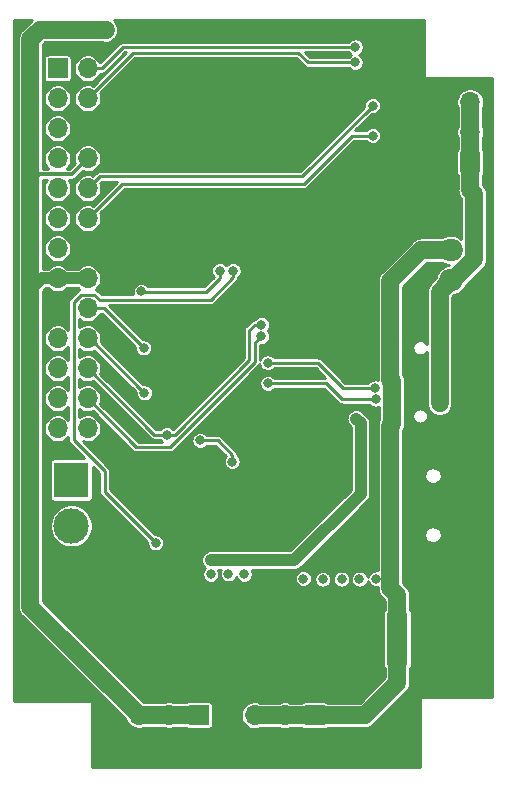
<source format=gbr>
G04 #@! TF.GenerationSoftware,KiCad,Pcbnew,5.1.5+dfsg1-2build2*
G04 #@! TF.CreationDate,2020-06-27T19:39:02+07:00*
G04 #@! TF.ProjectId,wrover_the_thesis,77726f76-6572-45f7-9468-655f74686573,rev?*
G04 #@! TF.SameCoordinates,Original*
G04 #@! TF.FileFunction,Copper,L2,Bot*
G04 #@! TF.FilePolarity,Positive*
%FSLAX46Y46*%
G04 Gerber Fmt 4.6, Leading zero omitted, Abs format (unit mm)*
G04 Created by KiCad (PCBNEW 5.1.5+dfsg1-2build2) date 2020-06-27 19:39:02*
%MOMM*%
%LPD*%
G04 APERTURE LIST*
%ADD10C,3.000000*%
%ADD11R,3.000000X3.000000*%
%ADD12O,1.800000X1.150000*%
%ADD13O,2.000000X1.450000*%
%ADD14O,1.700000X1.700000*%
%ADD15R,1.700000X1.700000*%
%ADD16R,1.800000X4.400000*%
%ADD17O,1.800000X4.000000*%
%ADD18O,4.000000X1.800000*%
%ADD19O,2.100000X1.000000*%
%ADD20O,1.600000X1.000000*%
%ADD21O,2.000000X1.905000*%
%ADD22R,2.000000X1.905000*%
%ADD23C,0.400000*%
%ADD24C,0.800000*%
%ADD25C,0.250000*%
%ADD26C,1.500000*%
%ADD27C,0.300000*%
%ADD28C,1.000000*%
%ADD29C,0.254000*%
G04 APERTURE END LIST*
D10*
X56020000Y-86980000D03*
D11*
X56020000Y-83100000D03*
D12*
X89390000Y-81370000D03*
X89390000Y-89120000D03*
D13*
X85590000Y-81520000D03*
X85590000Y-88970000D03*
D14*
X57400000Y-78730000D03*
X54860000Y-78730000D03*
X57400000Y-76190000D03*
X54860000Y-76190000D03*
X57400000Y-73650000D03*
X54860000Y-73650000D03*
X57400000Y-71110000D03*
X54860000Y-71110000D03*
X57400000Y-68570000D03*
X54860000Y-68570000D03*
X57400000Y-66030000D03*
X54860000Y-66030000D03*
X57400000Y-63490000D03*
X54860000Y-63490000D03*
X57400000Y-60950000D03*
X54860000Y-60950000D03*
X57400000Y-58410000D03*
X54860000Y-58410000D03*
X57400000Y-55870000D03*
X54860000Y-55870000D03*
X57400000Y-53330000D03*
X54860000Y-53330000D03*
X57400000Y-50790000D03*
X54860000Y-50790000D03*
X57400000Y-48250000D03*
D15*
X54860000Y-48250000D03*
D16*
X83630000Y-96560000D03*
D17*
X89430000Y-96560000D03*
D18*
X86630000Y-91760000D03*
D14*
X87260000Y-51120000D03*
X89800000Y-51120000D03*
X87260000Y-53660000D03*
X89800000Y-53660000D03*
X87260000Y-56200000D03*
D15*
X89800000Y-56200000D03*
X76620000Y-103020000D03*
D14*
X76620000Y-105560000D03*
X74080000Y-103020000D03*
X74080000Y-105560000D03*
X71540000Y-103020000D03*
X71540000Y-105560000D03*
X61730000Y-105540000D03*
X61730000Y-103000000D03*
X64270000Y-105540000D03*
X64270000Y-103000000D03*
X66810000Y-105540000D03*
D15*
X66810000Y-103000000D03*
D19*
X85030000Y-70470000D03*
X85030000Y-79110000D03*
D20*
X89210000Y-79110000D03*
X89210000Y-70470000D03*
D21*
X88170000Y-66180000D03*
X88170000Y-63640000D03*
D22*
X88170000Y-61100000D03*
D23*
X53850000Y-92750000D03*
X53830000Y-92240000D03*
D24*
X72040000Y-53730000D03*
X72030000Y-52740000D03*
X72030000Y-51730000D03*
X75410000Y-50630000D03*
X74260000Y-50600000D03*
X73110000Y-50590000D03*
X72010000Y-50590000D03*
X64550000Y-66440000D03*
X64540000Y-65420000D03*
X63440000Y-66430000D03*
X63440000Y-65450000D03*
X59660000Y-50560000D03*
X60670000Y-50560000D03*
X61700000Y-50560000D03*
X62700000Y-50560000D03*
X63740000Y-50560000D03*
X59270000Y-55490000D03*
X59260000Y-56460000D03*
X60400000Y-55460000D03*
X60400000Y-56430000D03*
X61480000Y-55470000D03*
X61480000Y-56430000D03*
X62440000Y-55460000D03*
X64650000Y-55780000D03*
X63880000Y-56530000D03*
X58930000Y-58320000D03*
X60560000Y-58990000D03*
X61540000Y-58990000D03*
X59270000Y-60560000D03*
X59270000Y-61500000D03*
X60300000Y-60580000D03*
X60310000Y-61490000D03*
X61280000Y-60570000D03*
X59250000Y-88610000D03*
X60350000Y-88630000D03*
X61560000Y-88680000D03*
X61440000Y-84840000D03*
X62770000Y-84820000D03*
X61450000Y-83410000D03*
X63260000Y-82880000D03*
X71040000Y-68220000D03*
X72770000Y-67780000D03*
X73020000Y-66290000D03*
X74810000Y-65740000D03*
X75100000Y-64230000D03*
X76740000Y-63850000D03*
X76910000Y-62320000D03*
X78720000Y-61880000D03*
X78960000Y-60360000D03*
X80710000Y-59950000D03*
X80960000Y-58270000D03*
D23*
X63430000Y-79790000D03*
D24*
X59520000Y-52250000D03*
X59480000Y-53420000D03*
X60550000Y-53450000D03*
X61620000Y-53480000D03*
X62670000Y-53500000D03*
X60550000Y-52250000D03*
X61560000Y-52270000D03*
X62660000Y-52220000D03*
X63720000Y-52660000D03*
X80490000Y-63940000D03*
X81680000Y-63910000D03*
X81660000Y-64970000D03*
X81640000Y-65970000D03*
X81660000Y-66920000D03*
X81660000Y-67960000D03*
X80490000Y-64990000D03*
X80510000Y-66030000D03*
X80520000Y-67010000D03*
X80560000Y-68010000D03*
X79510000Y-66980000D03*
X79500000Y-65980000D03*
X79480000Y-64990000D03*
X79500000Y-67990000D03*
X78440000Y-67970000D03*
X78440000Y-66980000D03*
X78420000Y-66010000D03*
X77440000Y-67020000D03*
X77420000Y-67960000D03*
X76410000Y-67940000D03*
D23*
X72710000Y-77510000D03*
X73090000Y-77140000D03*
X73400000Y-76770000D03*
X81870000Y-74030000D03*
X81400000Y-74530000D03*
X81850000Y-73150000D03*
X73710000Y-88240000D03*
X81860000Y-89470000D03*
X64910000Y-48060000D03*
X76810000Y-47080000D03*
X77550000Y-47080000D03*
X78370000Y-47080000D03*
D24*
X64670000Y-63350000D03*
X87250000Y-58030000D03*
X86340000Y-58100000D03*
X86310000Y-59440000D03*
X86310000Y-60600000D03*
X88360000Y-58070000D03*
X87320000Y-59420000D03*
X88370000Y-59420000D03*
X86320000Y-61710000D03*
X86310000Y-65500000D03*
X68690000Y-105670000D03*
X69840000Y-105650000D03*
X68690000Y-102080000D03*
X68690000Y-103050000D03*
X68680000Y-104060000D03*
X69740000Y-102120000D03*
X69770000Y-103130000D03*
X69770000Y-104070000D03*
X85630000Y-94350000D03*
X85640000Y-95470000D03*
X85650000Y-98890000D03*
X85650000Y-97750000D03*
X85630000Y-96650000D03*
X68390000Y-98540000D03*
X69710000Y-98520000D03*
X87610000Y-80240000D03*
X91020000Y-80190000D03*
X55430000Y-91930000D03*
X56760000Y-91910000D03*
X62270000Y-91930000D03*
X63660000Y-91930000D03*
X62430000Y-100040000D03*
X63660000Y-100060000D03*
X55410000Y-100080000D03*
X56640000Y-100080000D03*
X62230000Y-73500000D03*
X74560000Y-77050000D03*
X75710000Y-77050000D03*
X76940000Y-77060000D03*
X78160000Y-77090000D03*
X68300000Y-44580000D03*
X69320000Y-44580000D03*
X70350000Y-44610000D03*
X71420000Y-44600000D03*
X72530000Y-44610000D03*
X73620000Y-44630000D03*
X74740000Y-44620000D03*
X75880000Y-44630000D03*
X77060000Y-44610000D03*
X78260000Y-44620000D03*
X79440000Y-44640000D03*
X80590000Y-44640000D03*
X81720000Y-44670000D03*
D23*
X59730000Y-64820000D03*
X60150000Y-64440000D03*
X60560000Y-64040000D03*
X60940000Y-63650000D03*
X61320000Y-63270000D03*
X64730000Y-59800000D03*
X64370000Y-60190000D03*
X63950000Y-60580000D03*
X63550000Y-60970000D03*
D24*
X78690000Y-88180000D03*
X79880000Y-88190000D03*
X81040000Y-88190000D03*
X61230000Y-78670000D03*
X68750000Y-48890000D03*
X68740000Y-50070000D03*
X68740000Y-51290000D03*
X68750000Y-52550000D03*
X68750000Y-53780000D03*
D23*
X69170000Y-64110000D03*
X69170000Y-63490000D03*
X69170000Y-62870000D03*
X69170000Y-62230000D03*
X69150000Y-58810000D03*
X69150000Y-59400000D03*
X69160000Y-60070000D03*
X69170000Y-60720000D03*
X64810000Y-78220000D03*
X65220000Y-77820000D03*
X65690000Y-77410000D03*
X67170000Y-75940000D03*
X66710000Y-76450000D03*
X66210000Y-76890000D03*
X65530000Y-80070000D03*
X66070000Y-80070000D03*
X66940000Y-78690000D03*
X67450000Y-78680000D03*
X67950000Y-78670000D03*
X70400000Y-76180000D03*
X71000000Y-76180000D03*
X71620000Y-76170000D03*
X72290000Y-76170000D03*
X71980000Y-73810000D03*
X72000000Y-74320000D03*
X73300000Y-74040000D03*
X72960000Y-75780000D03*
X67460000Y-78100000D03*
X67990000Y-78080000D03*
X67980000Y-77510000D03*
X68040000Y-85550000D03*
X68590000Y-85530000D03*
X69160000Y-85530000D03*
X68040000Y-85020000D03*
X67990000Y-84420000D03*
X68570000Y-84980000D03*
X67860000Y-80680000D03*
X67860000Y-81330000D03*
X85670000Y-48550000D03*
X85660000Y-48020000D03*
X85660000Y-47470000D03*
X85670000Y-46920000D03*
X85670000Y-46370000D03*
X85670000Y-45810000D03*
X85660000Y-45250000D03*
X85660000Y-44720000D03*
X86200000Y-49300000D03*
X86780000Y-49300000D03*
X87440000Y-49300000D03*
X88090000Y-49290000D03*
X88780000Y-49290000D03*
X89500000Y-49290000D03*
X90210000Y-49280000D03*
X90900000Y-49290000D03*
X91510000Y-49300000D03*
X85310000Y-107160000D03*
X85310000Y-106600000D03*
X85310000Y-106030000D03*
X85300000Y-105430000D03*
X85310000Y-104850000D03*
X85300000Y-104290000D03*
X85300000Y-103660000D03*
X85290000Y-103010000D03*
X85300000Y-102350000D03*
X85290000Y-101630000D03*
X85820000Y-101230000D03*
X86450000Y-101220000D03*
X87100000Y-101220000D03*
X87740000Y-101230000D03*
X88350000Y-101230000D03*
X88940000Y-101230000D03*
X89530000Y-101230000D03*
X90090000Y-101220000D03*
X90670000Y-101220000D03*
X91270000Y-101200000D03*
X51330000Y-101620000D03*
X51940000Y-101610000D03*
X52600000Y-101610000D03*
X53230000Y-101620000D03*
X53860000Y-101620000D03*
X54460000Y-101610000D03*
X55020000Y-101590000D03*
X55620000Y-101590000D03*
X56230000Y-101590000D03*
X56830000Y-101590000D03*
X57460000Y-101600000D03*
X58020000Y-102150000D03*
X58010000Y-101600000D03*
X58030000Y-102680000D03*
X58040000Y-103230000D03*
X58050000Y-103780000D03*
X58070000Y-104350000D03*
X58080000Y-104890000D03*
X58090000Y-105430000D03*
X58090000Y-105990000D03*
X58090000Y-106530000D03*
X58100000Y-107050000D03*
X51290000Y-44320000D03*
X51790000Y-44320000D03*
X52290000Y-44310000D03*
X51300000Y-44850000D03*
X51310000Y-45380000D03*
X51320000Y-45940000D03*
X51330000Y-46480000D03*
X51340000Y-47020000D03*
X51300000Y-93740000D03*
X51290000Y-93220000D03*
X51310000Y-94260000D03*
X51640000Y-94770000D03*
X52080000Y-95180000D03*
X52500000Y-95580000D03*
X53870000Y-93260000D03*
X54300000Y-93650000D03*
X54730000Y-94020000D03*
D24*
X63175000Y-88425000D03*
X69710000Y-65380000D03*
X64120000Y-79250000D03*
X72120000Y-69950001D03*
X80410000Y-91490000D03*
X78900000Y-91490000D03*
X77320000Y-91500000D03*
X75670000Y-91450000D03*
X83050000Y-88970000D03*
X83029990Y-84400010D03*
X83029990Y-85430010D03*
X83630000Y-93420000D03*
X83029990Y-91500010D03*
X81840000Y-91470000D03*
X58890000Y-45010020D03*
X57874990Y-44975010D03*
X56784990Y-44975010D03*
X69320000Y-89870000D03*
X70660000Y-89870000D03*
X67850000Y-89870000D03*
X70660000Y-91080000D03*
X69320000Y-91050000D03*
X67830000Y-91080000D03*
X80140000Y-77920000D03*
X80510000Y-79190000D03*
X52559999Y-78770001D03*
X52559999Y-77570001D03*
X52559999Y-76400001D03*
X52559999Y-75260001D03*
X52559999Y-80030001D03*
X72670000Y-74910000D03*
X81790000Y-76260000D03*
X72670000Y-73180000D03*
X81740000Y-75300000D03*
X81530000Y-53950000D03*
X81530000Y-51410000D03*
X80060000Y-46440000D03*
X80060000Y-47730000D03*
X62155000Y-71915000D03*
X62205000Y-75725000D03*
X69640000Y-81540000D03*
X66920000Y-79750000D03*
X72120000Y-70940000D03*
X87200000Y-76620000D03*
X87200000Y-75630000D03*
X87200000Y-74650000D03*
X87200000Y-73530000D03*
X87200000Y-72430000D03*
X68580000Y-65380000D03*
X61950000Y-67120000D03*
D25*
X58840000Y-84090000D02*
X63175000Y-88425000D01*
X56835999Y-67394999D02*
X56224999Y-68005999D01*
X57964001Y-67394999D02*
X56835999Y-67394999D01*
X58414003Y-67845001D02*
X57964001Y-67394999D01*
X56224999Y-79719997D02*
X58840000Y-82334998D01*
X67810684Y-67845001D02*
X58414003Y-67845001D01*
X69710000Y-65945685D02*
X67810684Y-67845001D01*
X58840000Y-82334998D02*
X58840000Y-84090000D01*
X56224999Y-68005999D02*
X56224999Y-79719997D01*
X69710000Y-65380000D02*
X69710000Y-65945685D01*
X63000000Y-79250000D02*
X57400000Y-73650000D01*
X64120000Y-79250000D02*
X63000000Y-79250000D01*
X71554315Y-69950001D02*
X72120000Y-69950001D01*
X71090000Y-70414316D02*
X71554315Y-69950001D01*
X71090000Y-72940000D02*
X71090000Y-70414316D01*
X64780000Y-79250000D02*
X71090000Y-72940000D01*
X64120000Y-79250000D02*
X64780000Y-79250000D01*
D26*
X83630000Y-92860000D02*
X83630000Y-93420000D01*
X83029990Y-92259990D02*
X83210000Y-92440000D01*
X83029990Y-78509387D02*
X83029990Y-84400010D01*
X83180000Y-78359377D02*
X83029990Y-78509387D01*
X83180000Y-74741998D02*
X83180000Y-78359377D01*
X83029990Y-74591988D02*
X83180000Y-74741998D01*
X83029990Y-66280010D02*
X83029990Y-74591988D01*
X85670000Y-63640000D02*
X83029990Y-66280010D01*
X88170000Y-63640000D02*
X85670000Y-63640000D01*
X80870000Y-103020000D02*
X71540000Y-103020000D01*
X83630000Y-100260000D02*
X80870000Y-103020000D01*
X83630000Y-96560000D02*
X83630000Y-100260000D01*
X83029990Y-84400010D02*
X83029990Y-85430010D01*
X83029990Y-85430010D02*
X83029990Y-91500010D01*
X83630000Y-93420000D02*
X83630000Y-96560000D01*
X83029990Y-91500010D02*
X83029990Y-92259990D01*
X83210000Y-92440000D02*
X83630000Y-92860000D01*
X66810000Y-103000000D02*
X61730000Y-103000000D01*
X61730000Y-103000000D02*
X52559999Y-93829999D01*
X52559999Y-45800001D02*
X53384990Y-44975010D01*
X53384990Y-44975010D02*
X56784990Y-44975010D01*
X58925010Y-44975010D02*
X58890000Y-45010020D01*
X58890000Y-45010020D02*
X58890000Y-45010020D01*
X57874990Y-44975010D02*
X58925010Y-44975010D01*
X56784990Y-44975010D02*
X57874990Y-44975010D01*
D27*
X56550001Y-56719999D02*
X57400000Y-55870000D01*
X56060001Y-57209999D02*
X56550001Y-56719999D01*
X53399999Y-57209999D02*
X56060001Y-57209999D01*
X52559999Y-58049999D02*
X53399999Y-57209999D01*
D26*
X52559999Y-58049999D02*
X52559999Y-45800001D01*
D28*
X53549998Y-66030000D02*
X54860000Y-66030000D01*
X52559999Y-67019999D02*
X53549998Y-66030000D01*
D26*
X52559999Y-93829999D02*
X52559999Y-80030001D01*
X52559999Y-67019999D02*
X52559999Y-58049999D01*
D28*
X54860000Y-66030000D02*
X57400000Y-66030000D01*
X67850000Y-89870000D02*
X74900000Y-89870000D01*
X74900000Y-89870000D02*
X80510000Y-84260000D01*
X80510000Y-84260000D02*
X80510000Y-79190000D01*
X80510000Y-78290000D02*
X80140000Y-77920000D01*
X80510000Y-79190000D02*
X80510000Y-78290000D01*
D26*
X52559999Y-78770001D02*
X52559999Y-77570001D01*
X52559999Y-77570001D02*
X52559999Y-76400001D01*
X52559999Y-76400001D02*
X52559999Y-75260001D01*
X52559999Y-75260001D02*
X52559999Y-67019999D01*
X52559999Y-80030001D02*
X52559999Y-78770001D01*
D25*
X81790000Y-76260000D02*
X81790000Y-76260000D01*
X81790000Y-76260000D02*
X78920000Y-76260000D01*
X77570000Y-74910000D02*
X72670000Y-74910000D01*
X78920000Y-76260000D02*
X77570000Y-74910000D01*
X79010000Y-75300000D02*
X81740000Y-75300000D01*
X81740000Y-75300000D02*
X81860000Y-75300000D01*
X76890000Y-73180000D02*
X79010000Y-75300000D01*
X72670000Y-73180000D02*
X76890000Y-73180000D01*
X60339989Y-58010011D02*
X57400000Y-60950000D01*
X75736399Y-58010011D02*
X60339989Y-58010011D01*
X79796410Y-53950000D02*
X75736399Y-58010011D01*
X81530000Y-53950000D02*
X79796410Y-53950000D01*
X57400000Y-58410000D02*
X58249999Y-57560001D01*
X75549999Y-57390001D02*
X81530000Y-51410000D01*
X58419999Y-57390001D02*
X58249999Y-57560001D01*
X75549999Y-57390001D02*
X58419999Y-57390001D01*
X81530000Y-51410000D02*
X81530000Y-51410000D01*
X58602081Y-48250000D02*
X60412081Y-46440000D01*
X57400000Y-48250000D02*
X58602081Y-48250000D01*
X60412081Y-46440000D02*
X80060000Y-46440000D01*
X80060000Y-46440000D02*
X80060000Y-46440000D01*
X57400000Y-50790000D02*
X61250000Y-46940000D01*
X75230000Y-46940000D02*
X76020000Y-47730000D01*
X61250000Y-46940000D02*
X75230000Y-46940000D01*
X79940000Y-47730000D02*
X79940000Y-47730000D01*
X79430000Y-47730000D02*
X80060000Y-47730000D01*
X76020000Y-47730000D02*
X79430000Y-47730000D01*
X58810000Y-68570000D02*
X57400000Y-68570000D01*
X62155000Y-71915000D02*
X58810000Y-68570000D01*
X57590000Y-71110000D02*
X57400000Y-71110000D01*
X62205000Y-75725000D02*
X57590000Y-71110000D01*
X69640000Y-80974315D02*
X68415685Y-79750000D01*
X69640000Y-81540000D02*
X69640000Y-80974315D01*
X68415685Y-79750000D02*
X67410000Y-79750000D01*
X67410000Y-79750000D02*
X66920000Y-79750000D01*
X66920000Y-79750000D02*
X66920000Y-79750000D01*
X72120000Y-70940000D02*
X72120000Y-70940000D01*
X61502920Y-80292920D02*
X57400000Y-76190000D01*
X72120000Y-70940000D02*
X71540010Y-71519990D01*
X71540010Y-71519990D02*
X71540009Y-73126401D01*
X61525001Y-80315001D02*
X61502920Y-80292920D01*
X64351409Y-80315001D02*
X61525001Y-80315001D01*
X71540009Y-73126401D02*
X64351409Y-80315001D01*
D26*
X89800000Y-51120000D02*
X89800000Y-56200000D01*
X88368055Y-66180000D02*
X88170000Y-66180000D01*
X90120010Y-64428045D02*
X88368055Y-66180000D01*
X89800000Y-58550000D02*
X90120010Y-58870010D01*
X90120010Y-58870010D02*
X90120010Y-64428045D01*
X89800000Y-56200000D02*
X89800000Y-58550000D01*
X87200000Y-67150000D02*
X87200000Y-76620000D01*
X88170000Y-66180000D02*
X87200000Y-67150000D01*
D25*
X61995001Y-67165001D02*
X67444999Y-67165001D01*
X61950000Y-67120000D02*
X61995001Y-67165001D01*
X68580000Y-66030000D02*
X68580000Y-65380000D01*
X67444999Y-67165001D02*
X68580000Y-66030000D01*
D29*
G36*
X52619751Y-44209771D02*
G01*
X52586021Y-44250871D01*
X51835860Y-45001033D01*
X51794761Y-45034762D01*
X51669767Y-45187068D01*
X51660174Y-45198757D01*
X51560167Y-45385857D01*
X51498583Y-45588872D01*
X51477788Y-45800001D01*
X51483000Y-45852918D01*
X51482999Y-58102907D01*
X51483000Y-58102917D01*
X51482999Y-67072907D01*
X51483000Y-67072917D01*
X51482999Y-75207092D01*
X51482999Y-80082909D01*
X51483000Y-80082919D01*
X51482999Y-93777092D01*
X51477788Y-93829999D01*
X51482999Y-93882906D01*
X51482999Y-93882907D01*
X51498582Y-94041127D01*
X51560166Y-94244142D01*
X51660173Y-94431243D01*
X51794760Y-94595238D01*
X51835865Y-94628972D01*
X60632187Y-103425295D01*
X60686956Y-103557519D01*
X60815764Y-103750294D01*
X60979706Y-103914236D01*
X61172481Y-104043044D01*
X61386682Y-104131769D01*
X61614076Y-104177000D01*
X61845924Y-104177000D01*
X62073318Y-104131769D01*
X62205542Y-104077000D01*
X63794458Y-104077000D01*
X63926682Y-104131769D01*
X64154076Y-104177000D01*
X64385924Y-104177000D01*
X64613318Y-104131769D01*
X64745542Y-104077000D01*
X65723272Y-104077000D01*
X65727657Y-104082343D01*
X65777450Y-104123206D01*
X65834257Y-104153570D01*
X65895897Y-104172268D01*
X65960000Y-104178582D01*
X67660000Y-104178582D01*
X67724103Y-104172268D01*
X67785743Y-104153570D01*
X67842550Y-104123206D01*
X67892343Y-104082343D01*
X67933206Y-104032550D01*
X67963570Y-103975743D01*
X67982268Y-103914103D01*
X67988582Y-103850000D01*
X67988582Y-102150000D01*
X67982268Y-102085897D01*
X67963570Y-102024257D01*
X67933206Y-101967450D01*
X67892343Y-101917657D01*
X67842550Y-101876794D01*
X67785743Y-101846430D01*
X67724103Y-101827732D01*
X67660000Y-101821418D01*
X65960000Y-101821418D01*
X65895897Y-101827732D01*
X65834257Y-101846430D01*
X65777450Y-101876794D01*
X65727657Y-101917657D01*
X65723272Y-101923000D01*
X64745542Y-101923000D01*
X64613318Y-101868231D01*
X64385924Y-101823000D01*
X64154076Y-101823000D01*
X63926682Y-101868231D01*
X63794458Y-101923000D01*
X62205542Y-101923000D01*
X62155295Y-101902187D01*
X53636999Y-93383892D01*
X53636999Y-89870000D01*
X67018999Y-89870000D01*
X67034966Y-90032120D01*
X67082255Y-90188010D01*
X67159048Y-90331679D01*
X67262394Y-90457606D01*
X67351298Y-90530568D01*
X67265302Y-90616564D01*
X67185741Y-90735636D01*
X67130938Y-90867942D01*
X67103000Y-91008397D01*
X67103000Y-91151603D01*
X67130938Y-91292058D01*
X67185741Y-91424364D01*
X67265302Y-91543436D01*
X67366564Y-91644698D01*
X67485636Y-91724259D01*
X67617942Y-91779062D01*
X67758397Y-91807000D01*
X67901603Y-91807000D01*
X68042058Y-91779062D01*
X68174364Y-91724259D01*
X68293436Y-91644698D01*
X68394698Y-91543436D01*
X68474259Y-91424364D01*
X68529062Y-91292058D01*
X68557000Y-91151603D01*
X68557000Y-91008397D01*
X68529062Y-90867942D01*
X68474259Y-90735636D01*
X68448443Y-90697000D01*
X68681511Y-90697000D01*
X68675741Y-90705636D01*
X68620938Y-90837942D01*
X68593000Y-90978397D01*
X68593000Y-91121603D01*
X68620938Y-91262058D01*
X68675741Y-91394364D01*
X68755302Y-91513436D01*
X68856564Y-91614698D01*
X68975636Y-91694259D01*
X69107942Y-91749062D01*
X69248397Y-91777000D01*
X69391603Y-91777000D01*
X69532058Y-91749062D01*
X69664364Y-91694259D01*
X69783436Y-91614698D01*
X69884698Y-91513436D01*
X69964259Y-91394364D01*
X69983787Y-91347220D01*
X70015741Y-91424364D01*
X70095302Y-91543436D01*
X70196564Y-91644698D01*
X70315636Y-91724259D01*
X70447942Y-91779062D01*
X70588397Y-91807000D01*
X70731603Y-91807000D01*
X70872058Y-91779062D01*
X71004364Y-91724259D01*
X71123436Y-91644698D01*
X71224698Y-91543436D01*
X71304259Y-91424364D01*
X71323299Y-91378397D01*
X74943000Y-91378397D01*
X74943000Y-91521603D01*
X74970938Y-91662058D01*
X75025741Y-91794364D01*
X75105302Y-91913436D01*
X75206564Y-92014698D01*
X75325636Y-92094259D01*
X75457942Y-92149062D01*
X75598397Y-92177000D01*
X75741603Y-92177000D01*
X75882058Y-92149062D01*
X76014364Y-92094259D01*
X76133436Y-92014698D01*
X76234698Y-91913436D01*
X76314259Y-91794364D01*
X76369062Y-91662058D01*
X76397000Y-91521603D01*
X76397000Y-91428397D01*
X76593000Y-91428397D01*
X76593000Y-91571603D01*
X76620938Y-91712058D01*
X76675741Y-91844364D01*
X76755302Y-91963436D01*
X76856564Y-92064698D01*
X76975636Y-92144259D01*
X77107942Y-92199062D01*
X77248397Y-92227000D01*
X77391603Y-92227000D01*
X77532058Y-92199062D01*
X77664364Y-92144259D01*
X77783436Y-92064698D01*
X77884698Y-91963436D01*
X77964259Y-91844364D01*
X78019062Y-91712058D01*
X78047000Y-91571603D01*
X78047000Y-91428397D01*
X78045011Y-91418397D01*
X78173000Y-91418397D01*
X78173000Y-91561603D01*
X78200938Y-91702058D01*
X78255741Y-91834364D01*
X78335302Y-91953436D01*
X78436564Y-92054698D01*
X78555636Y-92134259D01*
X78687942Y-92189062D01*
X78828397Y-92217000D01*
X78971603Y-92217000D01*
X79112058Y-92189062D01*
X79244364Y-92134259D01*
X79363436Y-92054698D01*
X79464698Y-91953436D01*
X79544259Y-91834364D01*
X79599062Y-91702058D01*
X79627000Y-91561603D01*
X79627000Y-91418397D01*
X79599062Y-91277942D01*
X79544259Y-91145636D01*
X79464698Y-91026564D01*
X79363436Y-90925302D01*
X79244364Y-90845741D01*
X79112058Y-90790938D01*
X78971603Y-90763000D01*
X78828397Y-90763000D01*
X78687942Y-90790938D01*
X78555636Y-90845741D01*
X78436564Y-90925302D01*
X78335302Y-91026564D01*
X78255741Y-91145636D01*
X78200938Y-91277942D01*
X78173000Y-91418397D01*
X78045011Y-91418397D01*
X78019062Y-91287942D01*
X77964259Y-91155636D01*
X77884698Y-91036564D01*
X77783436Y-90935302D01*
X77664364Y-90855741D01*
X77532058Y-90800938D01*
X77391603Y-90773000D01*
X77248397Y-90773000D01*
X77107942Y-90800938D01*
X76975636Y-90855741D01*
X76856564Y-90935302D01*
X76755302Y-91036564D01*
X76675741Y-91155636D01*
X76620938Y-91287942D01*
X76593000Y-91428397D01*
X76397000Y-91428397D01*
X76397000Y-91378397D01*
X76369062Y-91237942D01*
X76314259Y-91105636D01*
X76234698Y-90986564D01*
X76133436Y-90885302D01*
X76014364Y-90805741D01*
X75882058Y-90750938D01*
X75741603Y-90723000D01*
X75598397Y-90723000D01*
X75457942Y-90750938D01*
X75325636Y-90805741D01*
X75206564Y-90885302D01*
X75105302Y-90986564D01*
X75025741Y-91105636D01*
X74970938Y-91237942D01*
X74943000Y-91378397D01*
X71323299Y-91378397D01*
X71359062Y-91292058D01*
X71387000Y-91151603D01*
X71387000Y-91008397D01*
X71359062Y-90867942D01*
X71304259Y-90735636D01*
X71278443Y-90697000D01*
X74859386Y-90697000D01*
X74900000Y-90701000D01*
X74940614Y-90697000D01*
X74940624Y-90697000D01*
X75062120Y-90685034D01*
X75218010Y-90637745D01*
X75361679Y-90560952D01*
X75487606Y-90457606D01*
X75513505Y-90426048D01*
X81066054Y-84873500D01*
X81097606Y-84847606D01*
X81123502Y-84816052D01*
X81200952Y-84721680D01*
X81241998Y-84644887D01*
X81277745Y-84578010D01*
X81325034Y-84422120D01*
X81337000Y-84300624D01*
X81337000Y-84300615D01*
X81341000Y-84260001D01*
X81337000Y-84219387D01*
X81337000Y-78330613D01*
X81341000Y-78289999D01*
X81337000Y-78249385D01*
X81337000Y-78249376D01*
X81325034Y-78127880D01*
X81277745Y-77971990D01*
X81200952Y-77828321D01*
X81097606Y-77702394D01*
X81066048Y-77676495D01*
X80696051Y-77306498D01*
X80601679Y-77229048D01*
X80458010Y-77152256D01*
X80302120Y-77104967D01*
X80140000Y-77089000D01*
X79977880Y-77104967D01*
X79821990Y-77152256D01*
X79678321Y-77229048D01*
X79552394Y-77332394D01*
X79449048Y-77458321D01*
X79372256Y-77601990D01*
X79324967Y-77757880D01*
X79309000Y-77920000D01*
X79324967Y-78082120D01*
X79372256Y-78238010D01*
X79449048Y-78381679D01*
X79526498Y-78476051D01*
X79683000Y-78632553D01*
X79683000Y-79230623D01*
X79683001Y-79230633D01*
X79683000Y-83917446D01*
X74557447Y-89043000D01*
X67809376Y-89043000D01*
X67687880Y-89054966D01*
X67531990Y-89102255D01*
X67388321Y-89179048D01*
X67262394Y-89282394D01*
X67159048Y-89408321D01*
X67082255Y-89551990D01*
X67034966Y-89707880D01*
X67018999Y-89870000D01*
X53636999Y-89870000D01*
X53636999Y-86800056D01*
X54193000Y-86800056D01*
X54193000Y-87159944D01*
X54263211Y-87512916D01*
X54400934Y-87845409D01*
X54600876Y-88144645D01*
X54855355Y-88399124D01*
X55154591Y-88599066D01*
X55487084Y-88736789D01*
X55840056Y-88807000D01*
X56199944Y-88807000D01*
X56552916Y-88736789D01*
X56885409Y-88599066D01*
X57184645Y-88399124D01*
X57439124Y-88144645D01*
X57639066Y-87845409D01*
X57776789Y-87512916D01*
X57847000Y-87159944D01*
X57847000Y-86800056D01*
X57776789Y-86447084D01*
X57639066Y-86114591D01*
X57439124Y-85815355D01*
X57184645Y-85560876D01*
X56885409Y-85360934D01*
X56552916Y-85223211D01*
X56199944Y-85153000D01*
X55840056Y-85153000D01*
X55487084Y-85223211D01*
X55154591Y-85360934D01*
X54855355Y-85560876D01*
X54600876Y-85815355D01*
X54400934Y-86114591D01*
X54263211Y-86447084D01*
X54193000Y-86800056D01*
X53636999Y-86800056D01*
X53636999Y-67112552D01*
X53892552Y-66857000D01*
X54022470Y-66857000D01*
X54109706Y-66944236D01*
X54302481Y-67073044D01*
X54516682Y-67161769D01*
X54744076Y-67207000D01*
X54975924Y-67207000D01*
X55203318Y-67161769D01*
X55417519Y-67073044D01*
X55610294Y-66944236D01*
X55697530Y-66857000D01*
X56562470Y-66857000D01*
X56649706Y-66944236D01*
X56685666Y-66968263D01*
X56662189Y-66975385D01*
X56583666Y-67017356D01*
X56514840Y-67073840D01*
X56500684Y-67091089D01*
X55921099Y-67670676D01*
X55903840Y-67684840D01*
X55847356Y-67753667D01*
X55841695Y-67764259D01*
X55805385Y-67832190D01*
X55779539Y-67917392D01*
X55770812Y-68005999D01*
X55772999Y-68028204D01*
X55772999Y-70358469D01*
X55610294Y-70195764D01*
X55417519Y-70066956D01*
X55203318Y-69978231D01*
X54975924Y-69933000D01*
X54744076Y-69933000D01*
X54516682Y-69978231D01*
X54302481Y-70066956D01*
X54109706Y-70195764D01*
X53945764Y-70359706D01*
X53816956Y-70552481D01*
X53728231Y-70766682D01*
X53683000Y-70994076D01*
X53683000Y-71225924D01*
X53728231Y-71453318D01*
X53816956Y-71667519D01*
X53945764Y-71860294D01*
X54109706Y-72024236D01*
X54302481Y-72153044D01*
X54516682Y-72241769D01*
X54744076Y-72287000D01*
X54975924Y-72287000D01*
X55203318Y-72241769D01*
X55417519Y-72153044D01*
X55610294Y-72024236D01*
X55772999Y-71861531D01*
X55772999Y-72898469D01*
X55610294Y-72735764D01*
X55417519Y-72606956D01*
X55203318Y-72518231D01*
X54975924Y-72473000D01*
X54744076Y-72473000D01*
X54516682Y-72518231D01*
X54302481Y-72606956D01*
X54109706Y-72735764D01*
X53945764Y-72899706D01*
X53816956Y-73092481D01*
X53728231Y-73306682D01*
X53683000Y-73534076D01*
X53683000Y-73765924D01*
X53728231Y-73993318D01*
X53816956Y-74207519D01*
X53945764Y-74400294D01*
X54109706Y-74564236D01*
X54302481Y-74693044D01*
X54516682Y-74781769D01*
X54744076Y-74827000D01*
X54975924Y-74827000D01*
X55203318Y-74781769D01*
X55417519Y-74693044D01*
X55610294Y-74564236D01*
X55773000Y-74401530D01*
X55773000Y-75438470D01*
X55610294Y-75275764D01*
X55417519Y-75146956D01*
X55203318Y-75058231D01*
X54975924Y-75013000D01*
X54744076Y-75013000D01*
X54516682Y-75058231D01*
X54302481Y-75146956D01*
X54109706Y-75275764D01*
X53945764Y-75439706D01*
X53816956Y-75632481D01*
X53728231Y-75846682D01*
X53683000Y-76074076D01*
X53683000Y-76305924D01*
X53728231Y-76533318D01*
X53816956Y-76747519D01*
X53945764Y-76940294D01*
X54109706Y-77104236D01*
X54302481Y-77233044D01*
X54516682Y-77321769D01*
X54744076Y-77367000D01*
X54975924Y-77367000D01*
X55203318Y-77321769D01*
X55417519Y-77233044D01*
X55610294Y-77104236D01*
X55773000Y-76941530D01*
X55773000Y-77978470D01*
X55610294Y-77815764D01*
X55417519Y-77686956D01*
X55203318Y-77598231D01*
X54975924Y-77553000D01*
X54744076Y-77553000D01*
X54516682Y-77598231D01*
X54302481Y-77686956D01*
X54109706Y-77815764D01*
X53945764Y-77979706D01*
X53816956Y-78172481D01*
X53728231Y-78386682D01*
X53683000Y-78614076D01*
X53683000Y-78845924D01*
X53728231Y-79073318D01*
X53816956Y-79287519D01*
X53945764Y-79480294D01*
X54109706Y-79644236D01*
X54302481Y-79773044D01*
X54516682Y-79861769D01*
X54744076Y-79907000D01*
X54975924Y-79907000D01*
X55203318Y-79861769D01*
X55417519Y-79773044D01*
X55610294Y-79644236D01*
X55773000Y-79481530D01*
X55773000Y-79697782D01*
X55770812Y-79719997D01*
X55779539Y-79808604D01*
X55805385Y-79893806D01*
X55847053Y-79971762D01*
X55847357Y-79972330D01*
X55903841Y-80041156D01*
X55921095Y-80055316D01*
X57137197Y-81271418D01*
X54520000Y-81271418D01*
X54455897Y-81277732D01*
X54394257Y-81296430D01*
X54337450Y-81326794D01*
X54287657Y-81367657D01*
X54246794Y-81417450D01*
X54216430Y-81474257D01*
X54197732Y-81535897D01*
X54191418Y-81600000D01*
X54191418Y-84600000D01*
X54197732Y-84664103D01*
X54216430Y-84725743D01*
X54246794Y-84782550D01*
X54287657Y-84832343D01*
X54337450Y-84873206D01*
X54394257Y-84903570D01*
X54455897Y-84922268D01*
X54520000Y-84928582D01*
X57520000Y-84928582D01*
X57584103Y-84922268D01*
X57645743Y-84903570D01*
X57702550Y-84873206D01*
X57752343Y-84832343D01*
X57793206Y-84782550D01*
X57823570Y-84725743D01*
X57842268Y-84664103D01*
X57848582Y-84600000D01*
X57848582Y-81982804D01*
X58388000Y-82522222D01*
X58388001Y-84067785D01*
X58385813Y-84090000D01*
X58394540Y-84178607D01*
X58420386Y-84263809D01*
X58420387Y-84263810D01*
X58462358Y-84342333D01*
X58518842Y-84411159D01*
X58536096Y-84425319D01*
X62450683Y-88339907D01*
X62448000Y-88353397D01*
X62448000Y-88496603D01*
X62475938Y-88637058D01*
X62530741Y-88769364D01*
X62610302Y-88888436D01*
X62711564Y-88989698D01*
X62830636Y-89069259D01*
X62962942Y-89124062D01*
X63103397Y-89152000D01*
X63246603Y-89152000D01*
X63387058Y-89124062D01*
X63519364Y-89069259D01*
X63638436Y-88989698D01*
X63739698Y-88888436D01*
X63819259Y-88769364D01*
X63874062Y-88637058D01*
X63902000Y-88496603D01*
X63902000Y-88353397D01*
X63874062Y-88212942D01*
X63819259Y-88080636D01*
X63739698Y-87961564D01*
X63638436Y-87860302D01*
X63519364Y-87780741D01*
X63387058Y-87725938D01*
X63246603Y-87698000D01*
X63103397Y-87698000D01*
X63089907Y-87700683D01*
X59292000Y-83902777D01*
X59292000Y-82357203D01*
X59294187Y-82334998D01*
X59285460Y-82246390D01*
X59259614Y-82161188D01*
X59217643Y-82082665D01*
X59161159Y-82013839D01*
X59143906Y-81999680D01*
X56970152Y-79825927D01*
X57056682Y-79861769D01*
X57284076Y-79907000D01*
X57515924Y-79907000D01*
X57743318Y-79861769D01*
X57957519Y-79773044D01*
X58150294Y-79644236D01*
X58314236Y-79480294D01*
X58443044Y-79287519D01*
X58531769Y-79073318D01*
X58577000Y-78845924D01*
X58577000Y-78614076D01*
X58531769Y-78386682D01*
X58443044Y-78172481D01*
X58314236Y-77979706D01*
X58150294Y-77815764D01*
X57957519Y-77686956D01*
X57743318Y-77598231D01*
X57515924Y-77553000D01*
X57284076Y-77553000D01*
X57056682Y-77598231D01*
X56842481Y-77686956D01*
X56676999Y-77797527D01*
X56676999Y-77122473D01*
X56842481Y-77233044D01*
X57056682Y-77321769D01*
X57284076Y-77367000D01*
X57515924Y-77367000D01*
X57743318Y-77321769D01*
X57848838Y-77278061D01*
X61189687Y-80618912D01*
X61203842Y-80636160D01*
X61272668Y-80692644D01*
X61351191Y-80734615D01*
X61424988Y-80757001D01*
X61436394Y-80760461D01*
X61525000Y-80769188D01*
X61547205Y-80767001D01*
X64329204Y-80767001D01*
X64351409Y-80769188D01*
X64373614Y-80767001D01*
X64440016Y-80760461D01*
X64525219Y-80734615D01*
X64603742Y-80692644D01*
X64672568Y-80636160D01*
X64686732Y-80618901D01*
X65627236Y-79678397D01*
X66193000Y-79678397D01*
X66193000Y-79821603D01*
X66220938Y-79962058D01*
X66275741Y-80094364D01*
X66355302Y-80213436D01*
X66456564Y-80314698D01*
X66575636Y-80394259D01*
X66707942Y-80449062D01*
X66848397Y-80477000D01*
X66991603Y-80477000D01*
X67132058Y-80449062D01*
X67264364Y-80394259D01*
X67383436Y-80314698D01*
X67484698Y-80213436D01*
X67492339Y-80202000D01*
X68228462Y-80202000D01*
X69089164Y-81062702D01*
X69075302Y-81076564D01*
X68995741Y-81195636D01*
X68940938Y-81327942D01*
X68913000Y-81468397D01*
X68913000Y-81611603D01*
X68940938Y-81752058D01*
X68995741Y-81884364D01*
X69075302Y-82003436D01*
X69176564Y-82104698D01*
X69295636Y-82184259D01*
X69427942Y-82239062D01*
X69568397Y-82267000D01*
X69711603Y-82267000D01*
X69852058Y-82239062D01*
X69984364Y-82184259D01*
X70103436Y-82104698D01*
X70204698Y-82003436D01*
X70284259Y-81884364D01*
X70339062Y-81752058D01*
X70367000Y-81611603D01*
X70367000Y-81468397D01*
X70339062Y-81327942D01*
X70284259Y-81195636D01*
X70204698Y-81076564D01*
X70103436Y-80975302D01*
X70093640Y-80968756D01*
X70085460Y-80885707D01*
X70059614Y-80800505D01*
X70031072Y-80747107D01*
X70017643Y-80721982D01*
X69961159Y-80653156D01*
X69943905Y-80638996D01*
X68751008Y-79446100D01*
X68736844Y-79428841D01*
X68668018Y-79372357D01*
X68589495Y-79330386D01*
X68504292Y-79304540D01*
X68437890Y-79298000D01*
X68415685Y-79295813D01*
X68393480Y-79298000D01*
X67492339Y-79298000D01*
X67484698Y-79286564D01*
X67383436Y-79185302D01*
X67264364Y-79105741D01*
X67132058Y-79050938D01*
X66991603Y-79023000D01*
X66848397Y-79023000D01*
X66707942Y-79050938D01*
X66575636Y-79105741D01*
X66456564Y-79185302D01*
X66355302Y-79286564D01*
X66275741Y-79405636D01*
X66220938Y-79537942D01*
X66193000Y-79678397D01*
X65627236Y-79678397D01*
X71843919Y-73461715D01*
X71861167Y-73447560D01*
X71917651Y-73378734D01*
X71950145Y-73317942D01*
X71954555Y-73309693D01*
X71970938Y-73392058D01*
X72025741Y-73524364D01*
X72105302Y-73643436D01*
X72206564Y-73744698D01*
X72325636Y-73824259D01*
X72457942Y-73879062D01*
X72598397Y-73907000D01*
X72741603Y-73907000D01*
X72882058Y-73879062D01*
X73014364Y-73824259D01*
X73133436Y-73744698D01*
X73234698Y-73643436D01*
X73242339Y-73632000D01*
X76702777Y-73632000D01*
X77528777Y-74458000D01*
X73242339Y-74458000D01*
X73234698Y-74446564D01*
X73133436Y-74345302D01*
X73014364Y-74265741D01*
X72882058Y-74210938D01*
X72741603Y-74183000D01*
X72598397Y-74183000D01*
X72457942Y-74210938D01*
X72325636Y-74265741D01*
X72206564Y-74345302D01*
X72105302Y-74446564D01*
X72025741Y-74565636D01*
X71970938Y-74697942D01*
X71943000Y-74838397D01*
X71943000Y-74981603D01*
X71970938Y-75122058D01*
X72025741Y-75254364D01*
X72105302Y-75373436D01*
X72206564Y-75474698D01*
X72325636Y-75554259D01*
X72457942Y-75609062D01*
X72598397Y-75637000D01*
X72741603Y-75637000D01*
X72882058Y-75609062D01*
X73014364Y-75554259D01*
X73133436Y-75474698D01*
X73234698Y-75373436D01*
X73242339Y-75362000D01*
X77382777Y-75362000D01*
X78584685Y-76563910D01*
X78598841Y-76581159D01*
X78667667Y-76637643D01*
X78746190Y-76679614D01*
X78811562Y-76699444D01*
X78831392Y-76705460D01*
X78919999Y-76714187D01*
X78942204Y-76712000D01*
X81217661Y-76712000D01*
X81225302Y-76723436D01*
X81326564Y-76824698D01*
X81445636Y-76904259D01*
X81577942Y-76959062D01*
X81718397Y-76987000D01*
X81861603Y-76987000D01*
X82002058Y-76959062D01*
X82103001Y-76917250D01*
X82103001Y-77958962D01*
X82030157Y-78095244D01*
X81968573Y-78298259D01*
X81957343Y-78412286D01*
X81947779Y-78509387D01*
X81952990Y-78562294D01*
X81952991Y-84347092D01*
X81952990Y-84347102D01*
X81952990Y-85377102D01*
X81952991Y-90751232D01*
X81911603Y-90743000D01*
X81768397Y-90743000D01*
X81627942Y-90770938D01*
X81495636Y-90825741D01*
X81376564Y-90905302D01*
X81275302Y-91006564D01*
X81195741Y-91125636D01*
X81140938Y-91257942D01*
X81123011Y-91348068D01*
X81109062Y-91277942D01*
X81054259Y-91145636D01*
X80974698Y-91026564D01*
X80873436Y-90925302D01*
X80754364Y-90845741D01*
X80622058Y-90790938D01*
X80481603Y-90763000D01*
X80338397Y-90763000D01*
X80197942Y-90790938D01*
X80065636Y-90845741D01*
X79946564Y-90925302D01*
X79845302Y-91026564D01*
X79765741Y-91145636D01*
X79710938Y-91277942D01*
X79683000Y-91418397D01*
X79683000Y-91561603D01*
X79710938Y-91702058D01*
X79765741Y-91834364D01*
X79845302Y-91953436D01*
X79946564Y-92054698D01*
X80065636Y-92134259D01*
X80197942Y-92189062D01*
X80338397Y-92217000D01*
X80481603Y-92217000D01*
X80622058Y-92189062D01*
X80754364Y-92134259D01*
X80873436Y-92054698D01*
X80974698Y-91953436D01*
X81054259Y-91834364D01*
X81109062Y-91702058D01*
X81126989Y-91611932D01*
X81140938Y-91682058D01*
X81195741Y-91814364D01*
X81275302Y-91933436D01*
X81376564Y-92034698D01*
X81495636Y-92114259D01*
X81627942Y-92169062D01*
X81768397Y-92197000D01*
X81911603Y-92197000D01*
X81952990Y-92188768D01*
X81952990Y-92207083D01*
X81947779Y-92259990D01*
X81952990Y-92312897D01*
X81952990Y-92312899D01*
X81968573Y-92471119D01*
X82030158Y-92674134D01*
X82130165Y-92861234D01*
X82264752Y-93025229D01*
X82305851Y-93058958D01*
X82553000Y-93306107D01*
X82553000Y-94083827D01*
X82547450Y-94086794D01*
X82497657Y-94127657D01*
X82456794Y-94177450D01*
X82426430Y-94234257D01*
X82407732Y-94295897D01*
X82401418Y-94360000D01*
X82401418Y-98760000D01*
X82407732Y-98824103D01*
X82426430Y-98885743D01*
X82456794Y-98942550D01*
X82497657Y-98992343D01*
X82547450Y-99033206D01*
X82553001Y-99036173D01*
X82553001Y-99813891D01*
X80423893Y-101943000D01*
X77706728Y-101943000D01*
X77702343Y-101937657D01*
X77652550Y-101896794D01*
X77595743Y-101866430D01*
X77534103Y-101847732D01*
X77470000Y-101841418D01*
X75770000Y-101841418D01*
X75705897Y-101847732D01*
X75644257Y-101866430D01*
X75587450Y-101896794D01*
X75537657Y-101937657D01*
X75533272Y-101943000D01*
X74555542Y-101943000D01*
X74423318Y-101888231D01*
X74195924Y-101843000D01*
X73964076Y-101843000D01*
X73736682Y-101888231D01*
X73604458Y-101943000D01*
X72015542Y-101943000D01*
X71883318Y-101888231D01*
X71655924Y-101843000D01*
X71424076Y-101843000D01*
X71196682Y-101888231D01*
X70982481Y-101976956D01*
X70789706Y-102105764D01*
X70625764Y-102269706D01*
X70496956Y-102462481D01*
X70408231Y-102676682D01*
X70363000Y-102904076D01*
X70363000Y-103135924D01*
X70408231Y-103363318D01*
X70496956Y-103577519D01*
X70625764Y-103770294D01*
X70789706Y-103934236D01*
X70982481Y-104063044D01*
X71196682Y-104151769D01*
X71424076Y-104197000D01*
X71655924Y-104197000D01*
X71883318Y-104151769D01*
X72015542Y-104097000D01*
X73604458Y-104097000D01*
X73736682Y-104151769D01*
X73964076Y-104197000D01*
X74195924Y-104197000D01*
X74423318Y-104151769D01*
X74555542Y-104097000D01*
X75533272Y-104097000D01*
X75537657Y-104102343D01*
X75587450Y-104143206D01*
X75644257Y-104173570D01*
X75705897Y-104192268D01*
X75770000Y-104198582D01*
X77470000Y-104198582D01*
X77534103Y-104192268D01*
X77595743Y-104173570D01*
X77652550Y-104143206D01*
X77702343Y-104102343D01*
X77706728Y-104097000D01*
X80817093Y-104097000D01*
X80870000Y-104102211D01*
X80922907Y-104097000D01*
X80922909Y-104097000D01*
X81081129Y-104081417D01*
X81284144Y-104019833D01*
X81471244Y-103919826D01*
X81635239Y-103785239D01*
X81668973Y-103744134D01*
X84354140Y-101058968D01*
X84395239Y-101025239D01*
X84529826Y-100861244D01*
X84629833Y-100674144D01*
X84691417Y-100471129D01*
X84707000Y-100312909D01*
X84707000Y-100312908D01*
X84712211Y-100260001D01*
X84707000Y-100207094D01*
X84707000Y-99036173D01*
X84712550Y-99033206D01*
X84762343Y-98992343D01*
X84803206Y-98942550D01*
X84833570Y-98885743D01*
X84852268Y-98824103D01*
X84858582Y-98760000D01*
X84858582Y-94360000D01*
X84852268Y-94295897D01*
X84833570Y-94234257D01*
X84803206Y-94177450D01*
X84762343Y-94127657D01*
X84712550Y-94086794D01*
X84707000Y-94083827D01*
X84707000Y-92912907D01*
X84712211Y-92860000D01*
X84701159Y-92747788D01*
X84691417Y-92648871D01*
X84629833Y-92445856D01*
X84529826Y-92258756D01*
X84395239Y-92094761D01*
X84354134Y-92061027D01*
X84106990Y-91813883D01*
X84106990Y-87673397D01*
X85913000Y-87673397D01*
X85913000Y-87816603D01*
X85940938Y-87957058D01*
X85995741Y-88089364D01*
X86075302Y-88208436D01*
X86176564Y-88309698D01*
X86295636Y-88389259D01*
X86427942Y-88444062D01*
X86568397Y-88472000D01*
X86711603Y-88472000D01*
X86852058Y-88444062D01*
X86984364Y-88389259D01*
X87103436Y-88309698D01*
X87204698Y-88208436D01*
X87284259Y-88089364D01*
X87339062Y-87957058D01*
X87367000Y-87816603D01*
X87367000Y-87673397D01*
X87339062Y-87532942D01*
X87284259Y-87400636D01*
X87204698Y-87281564D01*
X87103436Y-87180302D01*
X86984364Y-87100741D01*
X86852058Y-87045938D01*
X86711603Y-87018000D01*
X86568397Y-87018000D01*
X86427942Y-87045938D01*
X86295636Y-87100741D01*
X86176564Y-87180302D01*
X86075302Y-87281564D01*
X85995741Y-87400636D01*
X85940938Y-87532942D01*
X85913000Y-87673397D01*
X84106990Y-87673397D01*
X84106990Y-82673397D01*
X85913000Y-82673397D01*
X85913000Y-82816603D01*
X85940938Y-82957058D01*
X85995741Y-83089364D01*
X86075302Y-83208436D01*
X86176564Y-83309698D01*
X86295636Y-83389259D01*
X86427942Y-83444062D01*
X86568397Y-83472000D01*
X86711603Y-83472000D01*
X86852058Y-83444062D01*
X86984364Y-83389259D01*
X87103436Y-83309698D01*
X87204698Y-83208436D01*
X87284259Y-83089364D01*
X87339062Y-82957058D01*
X87367000Y-82816603D01*
X87367000Y-82673397D01*
X87339062Y-82532942D01*
X87284259Y-82400636D01*
X87204698Y-82281564D01*
X87103436Y-82180302D01*
X86984364Y-82100741D01*
X86852058Y-82045938D01*
X86711603Y-82018000D01*
X86568397Y-82018000D01*
X86427942Y-82045938D01*
X86295636Y-82100741D01*
X86176564Y-82180302D01*
X86075302Y-82281564D01*
X85995741Y-82400636D01*
X85940938Y-82532942D01*
X85913000Y-82673397D01*
X84106990Y-82673397D01*
X84106990Y-78909801D01*
X84179833Y-78773521D01*
X84241417Y-78570506D01*
X84257000Y-78412286D01*
X84257000Y-78412284D01*
X84262211Y-78359378D01*
X84257000Y-78306471D01*
X84257000Y-77615784D01*
X84908000Y-77615784D01*
X84908000Y-77744216D01*
X84933056Y-77870181D01*
X84982205Y-77988838D01*
X85053558Y-78095626D01*
X85144374Y-78186442D01*
X85251162Y-78257795D01*
X85369819Y-78306944D01*
X85495784Y-78332000D01*
X85624216Y-78332000D01*
X85750181Y-78306944D01*
X85868838Y-78257795D01*
X85975626Y-78186442D01*
X86066442Y-78095626D01*
X86137795Y-77988838D01*
X86186944Y-77870181D01*
X86212000Y-77744216D01*
X86212000Y-77615784D01*
X86186944Y-77489819D01*
X86137795Y-77371162D01*
X86066442Y-77264374D01*
X85975626Y-77173558D01*
X85868838Y-77102205D01*
X85750181Y-77053056D01*
X85624216Y-77028000D01*
X85495784Y-77028000D01*
X85369819Y-77053056D01*
X85251162Y-77102205D01*
X85144374Y-77173558D01*
X85053558Y-77264374D01*
X84982205Y-77371162D01*
X84933056Y-77489819D01*
X84908000Y-77615784D01*
X84257000Y-77615784D01*
X84257000Y-74794904D01*
X84262211Y-74741997D01*
X84257000Y-74689089D01*
X84241417Y-74530869D01*
X84179833Y-74327854D01*
X84106990Y-74191574D01*
X84106990Y-66726117D01*
X86116108Y-64717000D01*
X87423153Y-64717000D01*
X87630488Y-64827823D01*
X87871674Y-64900986D01*
X87963195Y-64910000D01*
X87871674Y-64919014D01*
X87630488Y-64992177D01*
X87408209Y-65110988D01*
X87213380Y-65270880D01*
X87053488Y-65465709D01*
X86934677Y-65687988D01*
X86861514Y-65929174D01*
X86857559Y-65969334D01*
X86475865Y-66351028D01*
X86434761Y-66384761D01*
X86300174Y-66548756D01*
X86200167Y-66735857D01*
X86138583Y-66938872D01*
X86125290Y-67073840D01*
X86117789Y-67150000D01*
X86123000Y-67202907D01*
X86123000Y-71569020D01*
X86066442Y-71484374D01*
X85975626Y-71393558D01*
X85868838Y-71322205D01*
X85750181Y-71273056D01*
X85624216Y-71248000D01*
X85495784Y-71248000D01*
X85369819Y-71273056D01*
X85251162Y-71322205D01*
X85144374Y-71393558D01*
X85053558Y-71484374D01*
X84982205Y-71591162D01*
X84933056Y-71709819D01*
X84908000Y-71835784D01*
X84908000Y-71964216D01*
X84933056Y-72090181D01*
X84982205Y-72208838D01*
X85053558Y-72315626D01*
X85144374Y-72406442D01*
X85251162Y-72477795D01*
X85369819Y-72526944D01*
X85495784Y-72552000D01*
X85624216Y-72552000D01*
X85750181Y-72526944D01*
X85868838Y-72477795D01*
X85975626Y-72406442D01*
X86066442Y-72315626D01*
X86123001Y-72230980D01*
X86123001Y-76672909D01*
X86138584Y-76831129D01*
X86200168Y-77034144D01*
X86300175Y-77221244D01*
X86434762Y-77385239D01*
X86598757Y-77519826D01*
X86785857Y-77619833D01*
X86988872Y-77681417D01*
X87200000Y-77702211D01*
X87411129Y-77681417D01*
X87614144Y-77619833D01*
X87801244Y-77519826D01*
X87965239Y-77385239D01*
X88099826Y-77221244D01*
X88199833Y-77034144D01*
X88261417Y-76831129D01*
X88277000Y-76672909D01*
X88277000Y-67596107D01*
X88428166Y-67444941D01*
X88468326Y-67440986D01*
X88709512Y-67367823D01*
X88931791Y-67249012D01*
X89126620Y-67089120D01*
X89286512Y-66894291D01*
X89405323Y-66672012D01*
X89408011Y-66663151D01*
X90844150Y-65227013D01*
X90885249Y-65193284D01*
X90963620Y-65097789D01*
X91019836Y-65029290D01*
X91119843Y-64842190D01*
X91181427Y-64639175D01*
X91202221Y-64428045D01*
X91197010Y-64375136D01*
X91197010Y-58922916D01*
X91202221Y-58870009D01*
X91197010Y-58817101D01*
X91181427Y-58658881D01*
X91119843Y-58455866D01*
X91019836Y-58268766D01*
X90885249Y-58104771D01*
X90877000Y-58098001D01*
X90877000Y-57286728D01*
X90882343Y-57282343D01*
X90923206Y-57232550D01*
X90953570Y-57175743D01*
X90972268Y-57114103D01*
X90978582Y-57050000D01*
X90978582Y-55350000D01*
X90972268Y-55285897D01*
X90953570Y-55224257D01*
X90923206Y-55167450D01*
X90882343Y-55117657D01*
X90877000Y-55113272D01*
X90877000Y-54135542D01*
X90931769Y-54003318D01*
X90977000Y-53775924D01*
X90977000Y-53544076D01*
X90931769Y-53316682D01*
X90877000Y-53184458D01*
X90877000Y-51595542D01*
X90931769Y-51463318D01*
X90977000Y-51235924D01*
X90977000Y-51004076D01*
X90931769Y-50776682D01*
X90843044Y-50562481D01*
X90714236Y-50369706D01*
X90550294Y-50205764D01*
X90357519Y-50076956D01*
X90143318Y-49988231D01*
X89915924Y-49943000D01*
X89684076Y-49943000D01*
X89456682Y-49988231D01*
X89242481Y-50076956D01*
X89049706Y-50205764D01*
X88885764Y-50369706D01*
X88756956Y-50562481D01*
X88668231Y-50776682D01*
X88623000Y-51004076D01*
X88623000Y-51235924D01*
X88668231Y-51463318D01*
X88723000Y-51595542D01*
X88723000Y-53184457D01*
X88668231Y-53316682D01*
X88623000Y-53544076D01*
X88623000Y-53775924D01*
X88668231Y-54003318D01*
X88723001Y-54135543D01*
X88723001Y-55113272D01*
X88717657Y-55117657D01*
X88676794Y-55167450D01*
X88646430Y-55224257D01*
X88627732Y-55285897D01*
X88621418Y-55350000D01*
X88621418Y-57050000D01*
X88627732Y-57114103D01*
X88646430Y-57175743D01*
X88676794Y-57232550D01*
X88717657Y-57282343D01*
X88723000Y-57286728D01*
X88723001Y-58497084D01*
X88717789Y-58550000D01*
X88735632Y-58731158D01*
X88738584Y-58761129D01*
X88800168Y-58964144D01*
X88900175Y-59151244D01*
X89034762Y-59315239D01*
X89043010Y-59322008D01*
X89043011Y-62662264D01*
X88931791Y-62570988D01*
X88709512Y-62452177D01*
X88468326Y-62379014D01*
X88280349Y-62360500D01*
X88059651Y-62360500D01*
X87871674Y-62379014D01*
X87630488Y-62452177D01*
X87423153Y-62563000D01*
X85722907Y-62563000D01*
X85670000Y-62557789D01*
X85617093Y-62563000D01*
X85617091Y-62563000D01*
X85458871Y-62578583D01*
X85255856Y-62640167D01*
X85068756Y-62740174D01*
X84904761Y-62874761D01*
X84871032Y-62915860D01*
X82305856Y-65481037D01*
X82264751Y-65514771D01*
X82130164Y-65678766D01*
X82030157Y-65865867D01*
X81968573Y-66068882D01*
X81955284Y-66203809D01*
X81947779Y-66280010D01*
X81952990Y-66332917D01*
X81952991Y-74539071D01*
X81947779Y-74591988D01*
X81948593Y-74600249D01*
X81811603Y-74573000D01*
X81668397Y-74573000D01*
X81527942Y-74600938D01*
X81395636Y-74655741D01*
X81276564Y-74735302D01*
X81175302Y-74836564D01*
X81167661Y-74848000D01*
X79197224Y-74848000D01*
X77225323Y-72876100D01*
X77211159Y-72858841D01*
X77142333Y-72802357D01*
X77063810Y-72760386D01*
X76978607Y-72734540D01*
X76912205Y-72728000D01*
X76890000Y-72725813D01*
X76867795Y-72728000D01*
X73242339Y-72728000D01*
X73234698Y-72716564D01*
X73133436Y-72615302D01*
X73014364Y-72535741D01*
X72882058Y-72480938D01*
X72741603Y-72453000D01*
X72598397Y-72453000D01*
X72457942Y-72480938D01*
X72325636Y-72535741D01*
X72206564Y-72615302D01*
X72105302Y-72716564D01*
X72025741Y-72835636D01*
X71992008Y-72917074D01*
X71992010Y-71707213D01*
X72034907Y-71664317D01*
X72048397Y-71667000D01*
X72191603Y-71667000D01*
X72332058Y-71639062D01*
X72464364Y-71584259D01*
X72583436Y-71504698D01*
X72684698Y-71403436D01*
X72764259Y-71284364D01*
X72819062Y-71152058D01*
X72847000Y-71011603D01*
X72847000Y-70868397D01*
X72819062Y-70727942D01*
X72764259Y-70595636D01*
X72684698Y-70476564D01*
X72653135Y-70445001D01*
X72684698Y-70413437D01*
X72764259Y-70294365D01*
X72819062Y-70162059D01*
X72847000Y-70021604D01*
X72847000Y-69878398D01*
X72819062Y-69737943D01*
X72764259Y-69605637D01*
X72684698Y-69486565D01*
X72583436Y-69385303D01*
X72464364Y-69305742D01*
X72332058Y-69250939D01*
X72191603Y-69223001D01*
X72048397Y-69223001D01*
X71907942Y-69250939D01*
X71775636Y-69305742D01*
X71656564Y-69385303D01*
X71555302Y-69486565D01*
X71548756Y-69496361D01*
X71465707Y-69504541D01*
X71380505Y-69530387D01*
X71301982Y-69572358D01*
X71233156Y-69628842D01*
X71218996Y-69646096D01*
X70786096Y-70078997D01*
X70768842Y-70093157D01*
X70712358Y-70161983D01*
X70670386Y-70240507D01*
X70644540Y-70325709D01*
X70635813Y-70414316D01*
X70638001Y-70436531D01*
X70638000Y-72752776D01*
X64644455Y-78746321D01*
X64583436Y-78685302D01*
X64464364Y-78605741D01*
X64332058Y-78550938D01*
X64191603Y-78523000D01*
X64048397Y-78523000D01*
X63907942Y-78550938D01*
X63775636Y-78605741D01*
X63656564Y-78685302D01*
X63555302Y-78786564D01*
X63547661Y-78798000D01*
X63187224Y-78798000D01*
X58488061Y-74098838D01*
X58531769Y-73993318D01*
X58577000Y-73765924D01*
X58577000Y-73534076D01*
X58531769Y-73306682D01*
X58443044Y-73092481D01*
X58314236Y-72899706D01*
X58150294Y-72735764D01*
X57957519Y-72606956D01*
X57743318Y-72518231D01*
X57515924Y-72473000D01*
X57284076Y-72473000D01*
X57056682Y-72518231D01*
X56842481Y-72606956D01*
X56676999Y-72717527D01*
X56676999Y-72042473D01*
X56842481Y-72153044D01*
X57056682Y-72241769D01*
X57284076Y-72287000D01*
X57515924Y-72287000D01*
X57743318Y-72241769D01*
X57957519Y-72153044D01*
X57979280Y-72138504D01*
X61480683Y-75639907D01*
X61478000Y-75653397D01*
X61478000Y-75796603D01*
X61505938Y-75937058D01*
X61560741Y-76069364D01*
X61640302Y-76188436D01*
X61741564Y-76289698D01*
X61860636Y-76369259D01*
X61992942Y-76424062D01*
X62133397Y-76452000D01*
X62276603Y-76452000D01*
X62417058Y-76424062D01*
X62549364Y-76369259D01*
X62668436Y-76289698D01*
X62769698Y-76188436D01*
X62849259Y-76069364D01*
X62904062Y-75937058D01*
X62932000Y-75796603D01*
X62932000Y-75653397D01*
X62904062Y-75512942D01*
X62849259Y-75380636D01*
X62769698Y-75261564D01*
X62668436Y-75160302D01*
X62549364Y-75080741D01*
X62417058Y-75025938D01*
X62276603Y-74998000D01*
X62133397Y-74998000D01*
X62119907Y-75000683D01*
X58538533Y-71419310D01*
X58577000Y-71225924D01*
X58577000Y-70994076D01*
X58531769Y-70766682D01*
X58443044Y-70552481D01*
X58314236Y-70359706D01*
X58150294Y-70195764D01*
X57957519Y-70066956D01*
X57743318Y-69978231D01*
X57515924Y-69933000D01*
X57284076Y-69933000D01*
X57056682Y-69978231D01*
X56842481Y-70066956D01*
X56676999Y-70177527D01*
X56676999Y-69502473D01*
X56842481Y-69613044D01*
X57056682Y-69701769D01*
X57284076Y-69747000D01*
X57515924Y-69747000D01*
X57743318Y-69701769D01*
X57957519Y-69613044D01*
X58150294Y-69484236D01*
X58314236Y-69320294D01*
X58443044Y-69127519D01*
X58486751Y-69022000D01*
X58622777Y-69022000D01*
X61430683Y-71829908D01*
X61428000Y-71843397D01*
X61428000Y-71986603D01*
X61455938Y-72127058D01*
X61510741Y-72259364D01*
X61590302Y-72378436D01*
X61691564Y-72479698D01*
X61810636Y-72559259D01*
X61942942Y-72614062D01*
X62083397Y-72642000D01*
X62226603Y-72642000D01*
X62367058Y-72614062D01*
X62499364Y-72559259D01*
X62618436Y-72479698D01*
X62719698Y-72378436D01*
X62799259Y-72259364D01*
X62854062Y-72127058D01*
X62882000Y-71986603D01*
X62882000Y-71843397D01*
X62854062Y-71702942D01*
X62799259Y-71570636D01*
X62719698Y-71451564D01*
X62618436Y-71350302D01*
X62499364Y-71270741D01*
X62367058Y-71215938D01*
X62226603Y-71188000D01*
X62083397Y-71188000D01*
X62069908Y-71190683D01*
X59176224Y-68297001D01*
X67788479Y-68297001D01*
X67810684Y-68299188D01*
X67832889Y-68297001D01*
X67899291Y-68290461D01*
X67984494Y-68264615D01*
X68063017Y-68222644D01*
X68131843Y-68166160D01*
X68146007Y-68148901D01*
X70013910Y-66280999D01*
X70031159Y-66266844D01*
X70087643Y-66198018D01*
X70129614Y-66119495D01*
X70155460Y-66034292D01*
X70162000Y-65967890D01*
X70162000Y-65967889D01*
X70163640Y-65951244D01*
X70173436Y-65944698D01*
X70274698Y-65843436D01*
X70354259Y-65724364D01*
X70409062Y-65592058D01*
X70437000Y-65451603D01*
X70437000Y-65308397D01*
X70409062Y-65167942D01*
X70354259Y-65035636D01*
X70274698Y-64916564D01*
X70173436Y-64815302D01*
X70054364Y-64735741D01*
X69922058Y-64680938D01*
X69781603Y-64653000D01*
X69638397Y-64653000D01*
X69497942Y-64680938D01*
X69365636Y-64735741D01*
X69246564Y-64815302D01*
X69145302Y-64916564D01*
X69145000Y-64917016D01*
X69144698Y-64916564D01*
X69043436Y-64815302D01*
X68924364Y-64735741D01*
X68792058Y-64680938D01*
X68651603Y-64653000D01*
X68508397Y-64653000D01*
X68367942Y-64680938D01*
X68235636Y-64735741D01*
X68116564Y-64815302D01*
X68015302Y-64916564D01*
X67935741Y-65035636D01*
X67880938Y-65167942D01*
X67853000Y-65308397D01*
X67853000Y-65451603D01*
X67880938Y-65592058D01*
X67935741Y-65724364D01*
X68015302Y-65843436D01*
X68071321Y-65899455D01*
X67257776Y-66713001D01*
X62552408Y-66713001D01*
X62514698Y-66656564D01*
X62413436Y-66555302D01*
X62294364Y-66475741D01*
X62162058Y-66420938D01*
X62021603Y-66393000D01*
X61878397Y-66393000D01*
X61737942Y-66420938D01*
X61605636Y-66475741D01*
X61486564Y-66555302D01*
X61385302Y-66656564D01*
X61305741Y-66775636D01*
X61250938Y-66907942D01*
X61223000Y-67048397D01*
X61223000Y-67191603D01*
X61250938Y-67332058D01*
X61276181Y-67393001D01*
X58601227Y-67393001D01*
X58299324Y-67091099D01*
X58285160Y-67073840D01*
X58216334Y-67017356D01*
X58137811Y-66975385D01*
X58114334Y-66968263D01*
X58150294Y-66944236D01*
X58314236Y-66780294D01*
X58443044Y-66587519D01*
X58531769Y-66373318D01*
X58577000Y-66145924D01*
X58577000Y-65914076D01*
X58531769Y-65686682D01*
X58443044Y-65472481D01*
X58314236Y-65279706D01*
X58150294Y-65115764D01*
X57957519Y-64986956D01*
X57743318Y-64898231D01*
X57515924Y-64853000D01*
X57284076Y-64853000D01*
X57056682Y-64898231D01*
X56842481Y-64986956D01*
X56649706Y-65115764D01*
X56562470Y-65203000D01*
X55697530Y-65203000D01*
X55610294Y-65115764D01*
X55417519Y-64986956D01*
X55203318Y-64898231D01*
X54975924Y-64853000D01*
X54744076Y-64853000D01*
X54516682Y-64898231D01*
X54302481Y-64986956D01*
X54109706Y-65115764D01*
X54022470Y-65203000D01*
X53636999Y-65203000D01*
X53636999Y-63374076D01*
X53683000Y-63374076D01*
X53683000Y-63605924D01*
X53728231Y-63833318D01*
X53816956Y-64047519D01*
X53945764Y-64240294D01*
X54109706Y-64404236D01*
X54302481Y-64533044D01*
X54516682Y-64621769D01*
X54744076Y-64667000D01*
X54975924Y-64667000D01*
X55203318Y-64621769D01*
X55417519Y-64533044D01*
X55610294Y-64404236D01*
X55774236Y-64240294D01*
X55903044Y-64047519D01*
X55991769Y-63833318D01*
X56037000Y-63605924D01*
X56037000Y-63374076D01*
X55991769Y-63146682D01*
X55903044Y-62932481D01*
X55774236Y-62739706D01*
X55610294Y-62575764D01*
X55417519Y-62446956D01*
X55203318Y-62358231D01*
X54975924Y-62313000D01*
X54744076Y-62313000D01*
X54516682Y-62358231D01*
X54302481Y-62446956D01*
X54109706Y-62575764D01*
X53945764Y-62739706D01*
X53816956Y-62932481D01*
X53728231Y-63146682D01*
X53683000Y-63374076D01*
X53636999Y-63374076D01*
X53636999Y-60834076D01*
X53683000Y-60834076D01*
X53683000Y-61065924D01*
X53728231Y-61293318D01*
X53816956Y-61507519D01*
X53945764Y-61700294D01*
X54109706Y-61864236D01*
X54302481Y-61993044D01*
X54516682Y-62081769D01*
X54744076Y-62127000D01*
X54975924Y-62127000D01*
X55203318Y-62081769D01*
X55417519Y-61993044D01*
X55610294Y-61864236D01*
X55774236Y-61700294D01*
X55903044Y-61507519D01*
X55991769Y-61293318D01*
X56037000Y-61065924D01*
X56037000Y-60834076D01*
X55991769Y-60606682D01*
X55903044Y-60392481D01*
X55774236Y-60199706D01*
X55610294Y-60035764D01*
X55417519Y-59906956D01*
X55203318Y-59818231D01*
X54975924Y-59773000D01*
X54744076Y-59773000D01*
X54516682Y-59818231D01*
X54302481Y-59906956D01*
X54109706Y-60035764D01*
X53945764Y-60199706D01*
X53816956Y-60392481D01*
X53728231Y-60606682D01*
X53683000Y-60834076D01*
X53636999Y-60834076D01*
X53636999Y-57686999D01*
X53927527Y-57686999D01*
X53816956Y-57852481D01*
X53728231Y-58066682D01*
X53683000Y-58294076D01*
X53683000Y-58525924D01*
X53728231Y-58753318D01*
X53816956Y-58967519D01*
X53945764Y-59160294D01*
X54109706Y-59324236D01*
X54302481Y-59453044D01*
X54516682Y-59541769D01*
X54744076Y-59587000D01*
X54975924Y-59587000D01*
X55203318Y-59541769D01*
X55417519Y-59453044D01*
X55610294Y-59324236D01*
X55774236Y-59160294D01*
X55903044Y-58967519D01*
X55991769Y-58753318D01*
X56037000Y-58525924D01*
X56037000Y-58294076D01*
X56223000Y-58294076D01*
X56223000Y-58525924D01*
X56268231Y-58753318D01*
X56356956Y-58967519D01*
X56485764Y-59160294D01*
X56649706Y-59324236D01*
X56842481Y-59453044D01*
X57056682Y-59541769D01*
X57284076Y-59587000D01*
X57515924Y-59587000D01*
X57743318Y-59541769D01*
X57957519Y-59453044D01*
X58150294Y-59324236D01*
X58314236Y-59160294D01*
X58443044Y-58967519D01*
X58531769Y-58753318D01*
X58577000Y-58525924D01*
X58577000Y-58294076D01*
X58531769Y-58066682D01*
X58488062Y-57961163D01*
X58585312Y-57863913D01*
X58585320Y-57863903D01*
X58607222Y-57842001D01*
X59868774Y-57842001D01*
X57848838Y-59861939D01*
X57743318Y-59818231D01*
X57515924Y-59773000D01*
X57284076Y-59773000D01*
X57056682Y-59818231D01*
X56842481Y-59906956D01*
X56649706Y-60035764D01*
X56485764Y-60199706D01*
X56356956Y-60392481D01*
X56268231Y-60606682D01*
X56223000Y-60834076D01*
X56223000Y-61065924D01*
X56268231Y-61293318D01*
X56356956Y-61507519D01*
X56485764Y-61700294D01*
X56649706Y-61864236D01*
X56842481Y-61993044D01*
X57056682Y-62081769D01*
X57284076Y-62127000D01*
X57515924Y-62127000D01*
X57743318Y-62081769D01*
X57957519Y-61993044D01*
X58150294Y-61864236D01*
X58314236Y-61700294D01*
X58443044Y-61507519D01*
X58531769Y-61293318D01*
X58577000Y-61065924D01*
X58577000Y-60834076D01*
X58531769Y-60606682D01*
X58488061Y-60501162D01*
X60527214Y-58462011D01*
X75714194Y-58462011D01*
X75736399Y-58464198D01*
X75758604Y-58462011D01*
X75825006Y-58455471D01*
X75910209Y-58429625D01*
X75988732Y-58387654D01*
X76057558Y-58331170D01*
X76071722Y-58313911D01*
X79983634Y-54402000D01*
X80957661Y-54402000D01*
X80965302Y-54413436D01*
X81066564Y-54514698D01*
X81185636Y-54594259D01*
X81317942Y-54649062D01*
X81458397Y-54677000D01*
X81601603Y-54677000D01*
X81742058Y-54649062D01*
X81874364Y-54594259D01*
X81993436Y-54514698D01*
X82094698Y-54413436D01*
X82174259Y-54294364D01*
X82229062Y-54162058D01*
X82257000Y-54021603D01*
X82257000Y-53878397D01*
X82229062Y-53737942D01*
X82174259Y-53605636D01*
X82094698Y-53486564D01*
X81993436Y-53385302D01*
X81874364Y-53305741D01*
X81742058Y-53250938D01*
X81601603Y-53223000D01*
X81458397Y-53223000D01*
X81317942Y-53250938D01*
X81185636Y-53305741D01*
X81066564Y-53385302D01*
X80965302Y-53486564D01*
X80957661Y-53498000D01*
X80081224Y-53498000D01*
X81444907Y-52134317D01*
X81458397Y-52137000D01*
X81601603Y-52137000D01*
X81742058Y-52109062D01*
X81874364Y-52054259D01*
X81993436Y-51974698D01*
X82094698Y-51873436D01*
X82174259Y-51754364D01*
X82229062Y-51622058D01*
X82257000Y-51481603D01*
X82257000Y-51338397D01*
X82229062Y-51197942D01*
X82174259Y-51065636D01*
X82094698Y-50946564D01*
X81993436Y-50845302D01*
X81874364Y-50765741D01*
X81742058Y-50710938D01*
X81601603Y-50683000D01*
X81458397Y-50683000D01*
X81317942Y-50710938D01*
X81185636Y-50765741D01*
X81066564Y-50845302D01*
X80965302Y-50946564D01*
X80885741Y-51065636D01*
X80830938Y-51197942D01*
X80803000Y-51338397D01*
X80803000Y-51481603D01*
X80805683Y-51495093D01*
X75362776Y-56938001D01*
X58442203Y-56938001D01*
X58419998Y-56935814D01*
X58331391Y-56944541D01*
X58315305Y-56949421D01*
X58246189Y-56970387D01*
X58167666Y-57012358D01*
X58098840Y-57068842D01*
X58084679Y-57086097D01*
X57946097Y-57224680D01*
X57946087Y-57224688D01*
X57848837Y-57321938D01*
X57743318Y-57278231D01*
X57515924Y-57233000D01*
X57284076Y-57233000D01*
X57056682Y-57278231D01*
X56842481Y-57366956D01*
X56649706Y-57495764D01*
X56485764Y-57659706D01*
X56356956Y-57852481D01*
X56268231Y-58066682D01*
X56223000Y-58294076D01*
X56037000Y-58294076D01*
X55991769Y-58066682D01*
X55903044Y-57852481D01*
X55792473Y-57686999D01*
X56036586Y-57686999D01*
X56060001Y-57689305D01*
X56083416Y-57686999D01*
X56083424Y-57686999D01*
X56153509Y-57680096D01*
X56243424Y-57652821D01*
X56326290Y-57608528D01*
X56398922Y-57548920D01*
X56413856Y-57530723D01*
X56903853Y-57040727D01*
X56903857Y-57040722D01*
X56976162Y-56968417D01*
X57056682Y-57001769D01*
X57284076Y-57047000D01*
X57515924Y-57047000D01*
X57743318Y-57001769D01*
X57957519Y-56913044D01*
X58150294Y-56784236D01*
X58314236Y-56620294D01*
X58443044Y-56427519D01*
X58531769Y-56213318D01*
X58577000Y-55985924D01*
X58577000Y-55754076D01*
X58531769Y-55526682D01*
X58443044Y-55312481D01*
X58314236Y-55119706D01*
X58150294Y-54955764D01*
X57957519Y-54826956D01*
X57743318Y-54738231D01*
X57515924Y-54693000D01*
X57284076Y-54693000D01*
X57056682Y-54738231D01*
X56842481Y-54826956D01*
X56649706Y-54955764D01*
X56485764Y-55119706D01*
X56356956Y-55312481D01*
X56268231Y-55526682D01*
X56223000Y-55754076D01*
X56223000Y-55985924D01*
X56268231Y-56213318D01*
X56301583Y-56293838D01*
X56229278Y-56366143D01*
X56229273Y-56366147D01*
X55862422Y-56732999D01*
X55661531Y-56732999D01*
X55774236Y-56620294D01*
X55903044Y-56427519D01*
X55991769Y-56213318D01*
X56037000Y-55985924D01*
X56037000Y-55754076D01*
X55991769Y-55526682D01*
X55903044Y-55312481D01*
X55774236Y-55119706D01*
X55610294Y-54955764D01*
X55417519Y-54826956D01*
X55203318Y-54738231D01*
X54975924Y-54693000D01*
X54744076Y-54693000D01*
X54516682Y-54738231D01*
X54302481Y-54826956D01*
X54109706Y-54955764D01*
X53945764Y-55119706D01*
X53816956Y-55312481D01*
X53728231Y-55526682D01*
X53683000Y-55754076D01*
X53683000Y-55985924D01*
X53728231Y-56213318D01*
X53816956Y-56427519D01*
X53945764Y-56620294D01*
X54058469Y-56732999D01*
X53636999Y-56732999D01*
X53636999Y-53214076D01*
X53683000Y-53214076D01*
X53683000Y-53445924D01*
X53728231Y-53673318D01*
X53816956Y-53887519D01*
X53945764Y-54080294D01*
X54109706Y-54244236D01*
X54302481Y-54373044D01*
X54516682Y-54461769D01*
X54744076Y-54507000D01*
X54975924Y-54507000D01*
X55203318Y-54461769D01*
X55417519Y-54373044D01*
X55610294Y-54244236D01*
X55774236Y-54080294D01*
X55903044Y-53887519D01*
X55991769Y-53673318D01*
X56037000Y-53445924D01*
X56037000Y-53214076D01*
X55991769Y-52986682D01*
X55903044Y-52772481D01*
X55774236Y-52579706D01*
X55610294Y-52415764D01*
X55417519Y-52286956D01*
X55203318Y-52198231D01*
X54975924Y-52153000D01*
X54744076Y-52153000D01*
X54516682Y-52198231D01*
X54302481Y-52286956D01*
X54109706Y-52415764D01*
X53945764Y-52579706D01*
X53816956Y-52772481D01*
X53728231Y-52986682D01*
X53683000Y-53214076D01*
X53636999Y-53214076D01*
X53636999Y-50674076D01*
X53683000Y-50674076D01*
X53683000Y-50905924D01*
X53728231Y-51133318D01*
X53816956Y-51347519D01*
X53945764Y-51540294D01*
X54109706Y-51704236D01*
X54302481Y-51833044D01*
X54516682Y-51921769D01*
X54744076Y-51967000D01*
X54975924Y-51967000D01*
X55203318Y-51921769D01*
X55417519Y-51833044D01*
X55610294Y-51704236D01*
X55774236Y-51540294D01*
X55903044Y-51347519D01*
X55991769Y-51133318D01*
X56037000Y-50905924D01*
X56037000Y-50674076D01*
X55991769Y-50446682D01*
X55903044Y-50232481D01*
X55774236Y-50039706D01*
X55610294Y-49875764D01*
X55417519Y-49746956D01*
X55203318Y-49658231D01*
X54975924Y-49613000D01*
X54744076Y-49613000D01*
X54516682Y-49658231D01*
X54302481Y-49746956D01*
X54109706Y-49875764D01*
X53945764Y-50039706D01*
X53816956Y-50232481D01*
X53728231Y-50446682D01*
X53683000Y-50674076D01*
X53636999Y-50674076D01*
X53636999Y-47400000D01*
X53681418Y-47400000D01*
X53681418Y-49100000D01*
X53687732Y-49164103D01*
X53706430Y-49225743D01*
X53736794Y-49282550D01*
X53777657Y-49332343D01*
X53827450Y-49373206D01*
X53884257Y-49403570D01*
X53945897Y-49422268D01*
X54010000Y-49428582D01*
X55710000Y-49428582D01*
X55774103Y-49422268D01*
X55835743Y-49403570D01*
X55892550Y-49373206D01*
X55942343Y-49332343D01*
X55983206Y-49282550D01*
X56013570Y-49225743D01*
X56032268Y-49164103D01*
X56038582Y-49100000D01*
X56038582Y-48134076D01*
X56223000Y-48134076D01*
X56223000Y-48365924D01*
X56268231Y-48593318D01*
X56356956Y-48807519D01*
X56485764Y-49000294D01*
X56649706Y-49164236D01*
X56842481Y-49293044D01*
X57056682Y-49381769D01*
X57284076Y-49427000D01*
X57515924Y-49427000D01*
X57743318Y-49381769D01*
X57957519Y-49293044D01*
X58150294Y-49164236D01*
X58314236Y-49000294D01*
X58443044Y-48807519D01*
X58486751Y-48702000D01*
X58579876Y-48702000D01*
X58602081Y-48704187D01*
X58624286Y-48702000D01*
X58690688Y-48695460D01*
X58775891Y-48669614D01*
X58854414Y-48627643D01*
X58923240Y-48571159D01*
X58937404Y-48553900D01*
X60599305Y-46892000D01*
X60658775Y-46892000D01*
X57848838Y-49701939D01*
X57743318Y-49658231D01*
X57515924Y-49613000D01*
X57284076Y-49613000D01*
X57056682Y-49658231D01*
X56842481Y-49746956D01*
X56649706Y-49875764D01*
X56485764Y-50039706D01*
X56356956Y-50232481D01*
X56268231Y-50446682D01*
X56223000Y-50674076D01*
X56223000Y-50905924D01*
X56268231Y-51133318D01*
X56356956Y-51347519D01*
X56485764Y-51540294D01*
X56649706Y-51704236D01*
X56842481Y-51833044D01*
X57056682Y-51921769D01*
X57284076Y-51967000D01*
X57515924Y-51967000D01*
X57743318Y-51921769D01*
X57957519Y-51833044D01*
X58150294Y-51704236D01*
X58314236Y-51540294D01*
X58443044Y-51347519D01*
X58531769Y-51133318D01*
X58577000Y-50905924D01*
X58577000Y-50674076D01*
X58531769Y-50446682D01*
X58488061Y-50341162D01*
X61437225Y-47392000D01*
X75042777Y-47392000D01*
X75684681Y-48033905D01*
X75698841Y-48051159D01*
X75767667Y-48107643D01*
X75846190Y-48149614D01*
X75931392Y-48175460D01*
X76020000Y-48184187D01*
X76042205Y-48182000D01*
X79487661Y-48182000D01*
X79495302Y-48193436D01*
X79596564Y-48294698D01*
X79715636Y-48374259D01*
X79847942Y-48429062D01*
X79988397Y-48457000D01*
X80131603Y-48457000D01*
X80272058Y-48429062D01*
X80404364Y-48374259D01*
X80523436Y-48294698D01*
X80624698Y-48193436D01*
X80704259Y-48074364D01*
X80759062Y-47942058D01*
X80787000Y-47801603D01*
X80787000Y-47658397D01*
X80759062Y-47517942D01*
X80704259Y-47385636D01*
X80624698Y-47266564D01*
X80523436Y-47165302D01*
X80404364Y-47085741D01*
X80402575Y-47085000D01*
X80404364Y-47084259D01*
X80523436Y-47004698D01*
X80624698Y-46903436D01*
X80704259Y-46784364D01*
X80759062Y-46652058D01*
X80787000Y-46511603D01*
X80787000Y-46368397D01*
X80759062Y-46227942D01*
X80704259Y-46095636D01*
X80624698Y-45976564D01*
X80523436Y-45875302D01*
X80404364Y-45795741D01*
X80272058Y-45740938D01*
X80131603Y-45713000D01*
X79988397Y-45713000D01*
X79847942Y-45740938D01*
X79715636Y-45795741D01*
X79596564Y-45875302D01*
X79495302Y-45976564D01*
X79487661Y-45988000D01*
X60434286Y-45988000D01*
X60412081Y-45985813D01*
X60323473Y-45994540D01*
X60268784Y-46011130D01*
X60238271Y-46020386D01*
X60159748Y-46062357D01*
X60090922Y-46118841D01*
X60076762Y-46136095D01*
X58465694Y-47747164D01*
X58443044Y-47692481D01*
X58314236Y-47499706D01*
X58150294Y-47335764D01*
X57957519Y-47206956D01*
X57743318Y-47118231D01*
X57515924Y-47073000D01*
X57284076Y-47073000D01*
X57056682Y-47118231D01*
X56842481Y-47206956D01*
X56649706Y-47335764D01*
X56485764Y-47499706D01*
X56356956Y-47692481D01*
X56268231Y-47906682D01*
X56223000Y-48134076D01*
X56038582Y-48134076D01*
X56038582Y-47400000D01*
X56032268Y-47335897D01*
X56013570Y-47274257D01*
X55983206Y-47217450D01*
X55942343Y-47167657D01*
X55892550Y-47126794D01*
X55835743Y-47096430D01*
X55774103Y-47077732D01*
X55710000Y-47071418D01*
X54010000Y-47071418D01*
X53945897Y-47077732D01*
X53884257Y-47096430D01*
X53827450Y-47126794D01*
X53777657Y-47167657D01*
X53736794Y-47217450D01*
X53706430Y-47274257D01*
X53687732Y-47335897D01*
X53681418Y-47400000D01*
X53636999Y-47400000D01*
X53636999Y-46246108D01*
X53831098Y-46052010D01*
X58614829Y-46052010D01*
X58678871Y-46071437D01*
X58837091Y-46087020D01*
X58837093Y-46087020D01*
X58890000Y-46092231D01*
X58942907Y-46087020D01*
X58942909Y-46087020D01*
X59101129Y-46071437D01*
X59304144Y-46009853D01*
X59491244Y-45909846D01*
X59655239Y-45775259D01*
X59671020Y-45756030D01*
X59690249Y-45740249D01*
X59824836Y-45576254D01*
X59924843Y-45389154D01*
X59986427Y-45186139D01*
X60007221Y-44975010D01*
X59986427Y-44763881D01*
X59924843Y-44560866D01*
X59824836Y-44373766D01*
X59690249Y-44209771D01*
X59619855Y-44152000D01*
X85873000Y-44152000D01*
X85873000Y-48970000D01*
X85875440Y-48994776D01*
X85882667Y-49018601D01*
X85894403Y-49040557D01*
X85910197Y-49059803D01*
X85929443Y-49075597D01*
X85951399Y-49087333D01*
X85975224Y-49094560D01*
X86000000Y-49097000D01*
X91678001Y-49097000D01*
X91678000Y-101453000D01*
X85630000Y-101453000D01*
X85605224Y-101455440D01*
X85581399Y-101462667D01*
X85559443Y-101474403D01*
X85540197Y-101490197D01*
X85524403Y-101509443D01*
X85512667Y-101531399D01*
X85505440Y-101555224D01*
X85503000Y-101580000D01*
X85503000Y-107378000D01*
X57797000Y-107378000D01*
X57797000Y-101950000D01*
X57794560Y-101925224D01*
X57787333Y-101901399D01*
X57775597Y-101879443D01*
X57759803Y-101860197D01*
X57740557Y-101844403D01*
X57718601Y-101832667D01*
X57694776Y-101825440D01*
X57670000Y-101823000D01*
X51132000Y-101823000D01*
X51132000Y-44152000D01*
X52690145Y-44152000D01*
X52619751Y-44209771D01*
G37*
X52619751Y-44209771D02*
X52586021Y-44250871D01*
X51835860Y-45001033D01*
X51794761Y-45034762D01*
X51669767Y-45187068D01*
X51660174Y-45198757D01*
X51560167Y-45385857D01*
X51498583Y-45588872D01*
X51477788Y-45800001D01*
X51483000Y-45852918D01*
X51482999Y-58102907D01*
X51483000Y-58102917D01*
X51482999Y-67072907D01*
X51483000Y-67072917D01*
X51482999Y-75207092D01*
X51482999Y-80082909D01*
X51483000Y-80082919D01*
X51482999Y-93777092D01*
X51477788Y-93829999D01*
X51482999Y-93882906D01*
X51482999Y-93882907D01*
X51498582Y-94041127D01*
X51560166Y-94244142D01*
X51660173Y-94431243D01*
X51794760Y-94595238D01*
X51835865Y-94628972D01*
X60632187Y-103425295D01*
X60686956Y-103557519D01*
X60815764Y-103750294D01*
X60979706Y-103914236D01*
X61172481Y-104043044D01*
X61386682Y-104131769D01*
X61614076Y-104177000D01*
X61845924Y-104177000D01*
X62073318Y-104131769D01*
X62205542Y-104077000D01*
X63794458Y-104077000D01*
X63926682Y-104131769D01*
X64154076Y-104177000D01*
X64385924Y-104177000D01*
X64613318Y-104131769D01*
X64745542Y-104077000D01*
X65723272Y-104077000D01*
X65727657Y-104082343D01*
X65777450Y-104123206D01*
X65834257Y-104153570D01*
X65895897Y-104172268D01*
X65960000Y-104178582D01*
X67660000Y-104178582D01*
X67724103Y-104172268D01*
X67785743Y-104153570D01*
X67842550Y-104123206D01*
X67892343Y-104082343D01*
X67933206Y-104032550D01*
X67963570Y-103975743D01*
X67982268Y-103914103D01*
X67988582Y-103850000D01*
X67988582Y-102150000D01*
X67982268Y-102085897D01*
X67963570Y-102024257D01*
X67933206Y-101967450D01*
X67892343Y-101917657D01*
X67842550Y-101876794D01*
X67785743Y-101846430D01*
X67724103Y-101827732D01*
X67660000Y-101821418D01*
X65960000Y-101821418D01*
X65895897Y-101827732D01*
X65834257Y-101846430D01*
X65777450Y-101876794D01*
X65727657Y-101917657D01*
X65723272Y-101923000D01*
X64745542Y-101923000D01*
X64613318Y-101868231D01*
X64385924Y-101823000D01*
X64154076Y-101823000D01*
X63926682Y-101868231D01*
X63794458Y-101923000D01*
X62205542Y-101923000D01*
X62155295Y-101902187D01*
X53636999Y-93383892D01*
X53636999Y-89870000D01*
X67018999Y-89870000D01*
X67034966Y-90032120D01*
X67082255Y-90188010D01*
X67159048Y-90331679D01*
X67262394Y-90457606D01*
X67351298Y-90530568D01*
X67265302Y-90616564D01*
X67185741Y-90735636D01*
X67130938Y-90867942D01*
X67103000Y-91008397D01*
X67103000Y-91151603D01*
X67130938Y-91292058D01*
X67185741Y-91424364D01*
X67265302Y-91543436D01*
X67366564Y-91644698D01*
X67485636Y-91724259D01*
X67617942Y-91779062D01*
X67758397Y-91807000D01*
X67901603Y-91807000D01*
X68042058Y-91779062D01*
X68174364Y-91724259D01*
X68293436Y-91644698D01*
X68394698Y-91543436D01*
X68474259Y-91424364D01*
X68529062Y-91292058D01*
X68557000Y-91151603D01*
X68557000Y-91008397D01*
X68529062Y-90867942D01*
X68474259Y-90735636D01*
X68448443Y-90697000D01*
X68681511Y-90697000D01*
X68675741Y-90705636D01*
X68620938Y-90837942D01*
X68593000Y-90978397D01*
X68593000Y-91121603D01*
X68620938Y-91262058D01*
X68675741Y-91394364D01*
X68755302Y-91513436D01*
X68856564Y-91614698D01*
X68975636Y-91694259D01*
X69107942Y-91749062D01*
X69248397Y-91777000D01*
X69391603Y-91777000D01*
X69532058Y-91749062D01*
X69664364Y-91694259D01*
X69783436Y-91614698D01*
X69884698Y-91513436D01*
X69964259Y-91394364D01*
X69983787Y-91347220D01*
X70015741Y-91424364D01*
X70095302Y-91543436D01*
X70196564Y-91644698D01*
X70315636Y-91724259D01*
X70447942Y-91779062D01*
X70588397Y-91807000D01*
X70731603Y-91807000D01*
X70872058Y-91779062D01*
X71004364Y-91724259D01*
X71123436Y-91644698D01*
X71224698Y-91543436D01*
X71304259Y-91424364D01*
X71323299Y-91378397D01*
X74943000Y-91378397D01*
X74943000Y-91521603D01*
X74970938Y-91662058D01*
X75025741Y-91794364D01*
X75105302Y-91913436D01*
X75206564Y-92014698D01*
X75325636Y-92094259D01*
X75457942Y-92149062D01*
X75598397Y-92177000D01*
X75741603Y-92177000D01*
X75882058Y-92149062D01*
X76014364Y-92094259D01*
X76133436Y-92014698D01*
X76234698Y-91913436D01*
X76314259Y-91794364D01*
X76369062Y-91662058D01*
X76397000Y-91521603D01*
X76397000Y-91428397D01*
X76593000Y-91428397D01*
X76593000Y-91571603D01*
X76620938Y-91712058D01*
X76675741Y-91844364D01*
X76755302Y-91963436D01*
X76856564Y-92064698D01*
X76975636Y-92144259D01*
X77107942Y-92199062D01*
X77248397Y-92227000D01*
X77391603Y-92227000D01*
X77532058Y-92199062D01*
X77664364Y-92144259D01*
X77783436Y-92064698D01*
X77884698Y-91963436D01*
X77964259Y-91844364D01*
X78019062Y-91712058D01*
X78047000Y-91571603D01*
X78047000Y-91428397D01*
X78045011Y-91418397D01*
X78173000Y-91418397D01*
X78173000Y-91561603D01*
X78200938Y-91702058D01*
X78255741Y-91834364D01*
X78335302Y-91953436D01*
X78436564Y-92054698D01*
X78555636Y-92134259D01*
X78687942Y-92189062D01*
X78828397Y-92217000D01*
X78971603Y-92217000D01*
X79112058Y-92189062D01*
X79244364Y-92134259D01*
X79363436Y-92054698D01*
X79464698Y-91953436D01*
X79544259Y-91834364D01*
X79599062Y-91702058D01*
X79627000Y-91561603D01*
X79627000Y-91418397D01*
X79599062Y-91277942D01*
X79544259Y-91145636D01*
X79464698Y-91026564D01*
X79363436Y-90925302D01*
X79244364Y-90845741D01*
X79112058Y-90790938D01*
X78971603Y-90763000D01*
X78828397Y-90763000D01*
X78687942Y-90790938D01*
X78555636Y-90845741D01*
X78436564Y-90925302D01*
X78335302Y-91026564D01*
X78255741Y-91145636D01*
X78200938Y-91277942D01*
X78173000Y-91418397D01*
X78045011Y-91418397D01*
X78019062Y-91287942D01*
X77964259Y-91155636D01*
X77884698Y-91036564D01*
X77783436Y-90935302D01*
X77664364Y-90855741D01*
X77532058Y-90800938D01*
X77391603Y-90773000D01*
X77248397Y-90773000D01*
X77107942Y-90800938D01*
X76975636Y-90855741D01*
X76856564Y-90935302D01*
X76755302Y-91036564D01*
X76675741Y-91155636D01*
X76620938Y-91287942D01*
X76593000Y-91428397D01*
X76397000Y-91428397D01*
X76397000Y-91378397D01*
X76369062Y-91237942D01*
X76314259Y-91105636D01*
X76234698Y-90986564D01*
X76133436Y-90885302D01*
X76014364Y-90805741D01*
X75882058Y-90750938D01*
X75741603Y-90723000D01*
X75598397Y-90723000D01*
X75457942Y-90750938D01*
X75325636Y-90805741D01*
X75206564Y-90885302D01*
X75105302Y-90986564D01*
X75025741Y-91105636D01*
X74970938Y-91237942D01*
X74943000Y-91378397D01*
X71323299Y-91378397D01*
X71359062Y-91292058D01*
X71387000Y-91151603D01*
X71387000Y-91008397D01*
X71359062Y-90867942D01*
X71304259Y-90735636D01*
X71278443Y-90697000D01*
X74859386Y-90697000D01*
X74900000Y-90701000D01*
X74940614Y-90697000D01*
X74940624Y-90697000D01*
X75062120Y-90685034D01*
X75218010Y-90637745D01*
X75361679Y-90560952D01*
X75487606Y-90457606D01*
X75513505Y-90426048D01*
X81066054Y-84873500D01*
X81097606Y-84847606D01*
X81123502Y-84816052D01*
X81200952Y-84721680D01*
X81241998Y-84644887D01*
X81277745Y-84578010D01*
X81325034Y-84422120D01*
X81337000Y-84300624D01*
X81337000Y-84300615D01*
X81341000Y-84260001D01*
X81337000Y-84219387D01*
X81337000Y-78330613D01*
X81341000Y-78289999D01*
X81337000Y-78249385D01*
X81337000Y-78249376D01*
X81325034Y-78127880D01*
X81277745Y-77971990D01*
X81200952Y-77828321D01*
X81097606Y-77702394D01*
X81066048Y-77676495D01*
X80696051Y-77306498D01*
X80601679Y-77229048D01*
X80458010Y-77152256D01*
X80302120Y-77104967D01*
X80140000Y-77089000D01*
X79977880Y-77104967D01*
X79821990Y-77152256D01*
X79678321Y-77229048D01*
X79552394Y-77332394D01*
X79449048Y-77458321D01*
X79372256Y-77601990D01*
X79324967Y-77757880D01*
X79309000Y-77920000D01*
X79324967Y-78082120D01*
X79372256Y-78238010D01*
X79449048Y-78381679D01*
X79526498Y-78476051D01*
X79683000Y-78632553D01*
X79683000Y-79230623D01*
X79683001Y-79230633D01*
X79683000Y-83917446D01*
X74557447Y-89043000D01*
X67809376Y-89043000D01*
X67687880Y-89054966D01*
X67531990Y-89102255D01*
X67388321Y-89179048D01*
X67262394Y-89282394D01*
X67159048Y-89408321D01*
X67082255Y-89551990D01*
X67034966Y-89707880D01*
X67018999Y-89870000D01*
X53636999Y-89870000D01*
X53636999Y-86800056D01*
X54193000Y-86800056D01*
X54193000Y-87159944D01*
X54263211Y-87512916D01*
X54400934Y-87845409D01*
X54600876Y-88144645D01*
X54855355Y-88399124D01*
X55154591Y-88599066D01*
X55487084Y-88736789D01*
X55840056Y-88807000D01*
X56199944Y-88807000D01*
X56552916Y-88736789D01*
X56885409Y-88599066D01*
X57184645Y-88399124D01*
X57439124Y-88144645D01*
X57639066Y-87845409D01*
X57776789Y-87512916D01*
X57847000Y-87159944D01*
X57847000Y-86800056D01*
X57776789Y-86447084D01*
X57639066Y-86114591D01*
X57439124Y-85815355D01*
X57184645Y-85560876D01*
X56885409Y-85360934D01*
X56552916Y-85223211D01*
X56199944Y-85153000D01*
X55840056Y-85153000D01*
X55487084Y-85223211D01*
X55154591Y-85360934D01*
X54855355Y-85560876D01*
X54600876Y-85815355D01*
X54400934Y-86114591D01*
X54263211Y-86447084D01*
X54193000Y-86800056D01*
X53636999Y-86800056D01*
X53636999Y-67112552D01*
X53892552Y-66857000D01*
X54022470Y-66857000D01*
X54109706Y-66944236D01*
X54302481Y-67073044D01*
X54516682Y-67161769D01*
X54744076Y-67207000D01*
X54975924Y-67207000D01*
X55203318Y-67161769D01*
X55417519Y-67073044D01*
X55610294Y-66944236D01*
X55697530Y-66857000D01*
X56562470Y-66857000D01*
X56649706Y-66944236D01*
X56685666Y-66968263D01*
X56662189Y-66975385D01*
X56583666Y-67017356D01*
X56514840Y-67073840D01*
X56500684Y-67091089D01*
X55921099Y-67670676D01*
X55903840Y-67684840D01*
X55847356Y-67753667D01*
X55841695Y-67764259D01*
X55805385Y-67832190D01*
X55779539Y-67917392D01*
X55770812Y-68005999D01*
X55772999Y-68028204D01*
X55772999Y-70358469D01*
X55610294Y-70195764D01*
X55417519Y-70066956D01*
X55203318Y-69978231D01*
X54975924Y-69933000D01*
X54744076Y-69933000D01*
X54516682Y-69978231D01*
X54302481Y-70066956D01*
X54109706Y-70195764D01*
X53945764Y-70359706D01*
X53816956Y-70552481D01*
X53728231Y-70766682D01*
X53683000Y-70994076D01*
X53683000Y-71225924D01*
X53728231Y-71453318D01*
X53816956Y-71667519D01*
X53945764Y-71860294D01*
X54109706Y-72024236D01*
X54302481Y-72153044D01*
X54516682Y-72241769D01*
X54744076Y-72287000D01*
X54975924Y-72287000D01*
X55203318Y-72241769D01*
X55417519Y-72153044D01*
X55610294Y-72024236D01*
X55772999Y-71861531D01*
X55772999Y-72898469D01*
X55610294Y-72735764D01*
X55417519Y-72606956D01*
X55203318Y-72518231D01*
X54975924Y-72473000D01*
X54744076Y-72473000D01*
X54516682Y-72518231D01*
X54302481Y-72606956D01*
X54109706Y-72735764D01*
X53945764Y-72899706D01*
X53816956Y-73092481D01*
X53728231Y-73306682D01*
X53683000Y-73534076D01*
X53683000Y-73765924D01*
X53728231Y-73993318D01*
X53816956Y-74207519D01*
X53945764Y-74400294D01*
X54109706Y-74564236D01*
X54302481Y-74693044D01*
X54516682Y-74781769D01*
X54744076Y-74827000D01*
X54975924Y-74827000D01*
X55203318Y-74781769D01*
X55417519Y-74693044D01*
X55610294Y-74564236D01*
X55773000Y-74401530D01*
X55773000Y-75438470D01*
X55610294Y-75275764D01*
X55417519Y-75146956D01*
X55203318Y-75058231D01*
X54975924Y-75013000D01*
X54744076Y-75013000D01*
X54516682Y-75058231D01*
X54302481Y-75146956D01*
X54109706Y-75275764D01*
X53945764Y-75439706D01*
X53816956Y-75632481D01*
X53728231Y-75846682D01*
X53683000Y-76074076D01*
X53683000Y-76305924D01*
X53728231Y-76533318D01*
X53816956Y-76747519D01*
X53945764Y-76940294D01*
X54109706Y-77104236D01*
X54302481Y-77233044D01*
X54516682Y-77321769D01*
X54744076Y-77367000D01*
X54975924Y-77367000D01*
X55203318Y-77321769D01*
X55417519Y-77233044D01*
X55610294Y-77104236D01*
X55773000Y-76941530D01*
X55773000Y-77978470D01*
X55610294Y-77815764D01*
X55417519Y-77686956D01*
X55203318Y-77598231D01*
X54975924Y-77553000D01*
X54744076Y-77553000D01*
X54516682Y-77598231D01*
X54302481Y-77686956D01*
X54109706Y-77815764D01*
X53945764Y-77979706D01*
X53816956Y-78172481D01*
X53728231Y-78386682D01*
X53683000Y-78614076D01*
X53683000Y-78845924D01*
X53728231Y-79073318D01*
X53816956Y-79287519D01*
X53945764Y-79480294D01*
X54109706Y-79644236D01*
X54302481Y-79773044D01*
X54516682Y-79861769D01*
X54744076Y-79907000D01*
X54975924Y-79907000D01*
X55203318Y-79861769D01*
X55417519Y-79773044D01*
X55610294Y-79644236D01*
X55773000Y-79481530D01*
X55773000Y-79697782D01*
X55770812Y-79719997D01*
X55779539Y-79808604D01*
X55805385Y-79893806D01*
X55847053Y-79971762D01*
X55847357Y-79972330D01*
X55903841Y-80041156D01*
X55921095Y-80055316D01*
X57137197Y-81271418D01*
X54520000Y-81271418D01*
X54455897Y-81277732D01*
X54394257Y-81296430D01*
X54337450Y-81326794D01*
X54287657Y-81367657D01*
X54246794Y-81417450D01*
X54216430Y-81474257D01*
X54197732Y-81535897D01*
X54191418Y-81600000D01*
X54191418Y-84600000D01*
X54197732Y-84664103D01*
X54216430Y-84725743D01*
X54246794Y-84782550D01*
X54287657Y-84832343D01*
X54337450Y-84873206D01*
X54394257Y-84903570D01*
X54455897Y-84922268D01*
X54520000Y-84928582D01*
X57520000Y-84928582D01*
X57584103Y-84922268D01*
X57645743Y-84903570D01*
X57702550Y-84873206D01*
X57752343Y-84832343D01*
X57793206Y-84782550D01*
X57823570Y-84725743D01*
X57842268Y-84664103D01*
X57848582Y-84600000D01*
X57848582Y-81982804D01*
X58388000Y-82522222D01*
X58388001Y-84067785D01*
X58385813Y-84090000D01*
X58394540Y-84178607D01*
X58420386Y-84263809D01*
X58420387Y-84263810D01*
X58462358Y-84342333D01*
X58518842Y-84411159D01*
X58536096Y-84425319D01*
X62450683Y-88339907D01*
X62448000Y-88353397D01*
X62448000Y-88496603D01*
X62475938Y-88637058D01*
X62530741Y-88769364D01*
X62610302Y-88888436D01*
X62711564Y-88989698D01*
X62830636Y-89069259D01*
X62962942Y-89124062D01*
X63103397Y-89152000D01*
X63246603Y-89152000D01*
X63387058Y-89124062D01*
X63519364Y-89069259D01*
X63638436Y-88989698D01*
X63739698Y-88888436D01*
X63819259Y-88769364D01*
X63874062Y-88637058D01*
X63902000Y-88496603D01*
X63902000Y-88353397D01*
X63874062Y-88212942D01*
X63819259Y-88080636D01*
X63739698Y-87961564D01*
X63638436Y-87860302D01*
X63519364Y-87780741D01*
X63387058Y-87725938D01*
X63246603Y-87698000D01*
X63103397Y-87698000D01*
X63089907Y-87700683D01*
X59292000Y-83902777D01*
X59292000Y-82357203D01*
X59294187Y-82334998D01*
X59285460Y-82246390D01*
X59259614Y-82161188D01*
X59217643Y-82082665D01*
X59161159Y-82013839D01*
X59143906Y-81999680D01*
X56970152Y-79825927D01*
X57056682Y-79861769D01*
X57284076Y-79907000D01*
X57515924Y-79907000D01*
X57743318Y-79861769D01*
X57957519Y-79773044D01*
X58150294Y-79644236D01*
X58314236Y-79480294D01*
X58443044Y-79287519D01*
X58531769Y-79073318D01*
X58577000Y-78845924D01*
X58577000Y-78614076D01*
X58531769Y-78386682D01*
X58443044Y-78172481D01*
X58314236Y-77979706D01*
X58150294Y-77815764D01*
X57957519Y-77686956D01*
X57743318Y-77598231D01*
X57515924Y-77553000D01*
X57284076Y-77553000D01*
X57056682Y-77598231D01*
X56842481Y-77686956D01*
X56676999Y-77797527D01*
X56676999Y-77122473D01*
X56842481Y-77233044D01*
X57056682Y-77321769D01*
X57284076Y-77367000D01*
X57515924Y-77367000D01*
X57743318Y-77321769D01*
X57848838Y-77278061D01*
X61189687Y-80618912D01*
X61203842Y-80636160D01*
X61272668Y-80692644D01*
X61351191Y-80734615D01*
X61424988Y-80757001D01*
X61436394Y-80760461D01*
X61525000Y-80769188D01*
X61547205Y-80767001D01*
X64329204Y-80767001D01*
X64351409Y-80769188D01*
X64373614Y-80767001D01*
X64440016Y-80760461D01*
X64525219Y-80734615D01*
X64603742Y-80692644D01*
X64672568Y-80636160D01*
X64686732Y-80618901D01*
X65627236Y-79678397D01*
X66193000Y-79678397D01*
X66193000Y-79821603D01*
X66220938Y-79962058D01*
X66275741Y-80094364D01*
X66355302Y-80213436D01*
X66456564Y-80314698D01*
X66575636Y-80394259D01*
X66707942Y-80449062D01*
X66848397Y-80477000D01*
X66991603Y-80477000D01*
X67132058Y-80449062D01*
X67264364Y-80394259D01*
X67383436Y-80314698D01*
X67484698Y-80213436D01*
X67492339Y-80202000D01*
X68228462Y-80202000D01*
X69089164Y-81062702D01*
X69075302Y-81076564D01*
X68995741Y-81195636D01*
X68940938Y-81327942D01*
X68913000Y-81468397D01*
X68913000Y-81611603D01*
X68940938Y-81752058D01*
X68995741Y-81884364D01*
X69075302Y-82003436D01*
X69176564Y-82104698D01*
X69295636Y-82184259D01*
X69427942Y-82239062D01*
X69568397Y-82267000D01*
X69711603Y-82267000D01*
X69852058Y-82239062D01*
X69984364Y-82184259D01*
X70103436Y-82104698D01*
X70204698Y-82003436D01*
X70284259Y-81884364D01*
X70339062Y-81752058D01*
X70367000Y-81611603D01*
X70367000Y-81468397D01*
X70339062Y-81327942D01*
X70284259Y-81195636D01*
X70204698Y-81076564D01*
X70103436Y-80975302D01*
X70093640Y-80968756D01*
X70085460Y-80885707D01*
X70059614Y-80800505D01*
X70031072Y-80747107D01*
X70017643Y-80721982D01*
X69961159Y-80653156D01*
X69943905Y-80638996D01*
X68751008Y-79446100D01*
X68736844Y-79428841D01*
X68668018Y-79372357D01*
X68589495Y-79330386D01*
X68504292Y-79304540D01*
X68437890Y-79298000D01*
X68415685Y-79295813D01*
X68393480Y-79298000D01*
X67492339Y-79298000D01*
X67484698Y-79286564D01*
X67383436Y-79185302D01*
X67264364Y-79105741D01*
X67132058Y-79050938D01*
X66991603Y-79023000D01*
X66848397Y-79023000D01*
X66707942Y-79050938D01*
X66575636Y-79105741D01*
X66456564Y-79185302D01*
X66355302Y-79286564D01*
X66275741Y-79405636D01*
X66220938Y-79537942D01*
X66193000Y-79678397D01*
X65627236Y-79678397D01*
X71843919Y-73461715D01*
X71861167Y-73447560D01*
X71917651Y-73378734D01*
X71950145Y-73317942D01*
X71954555Y-73309693D01*
X71970938Y-73392058D01*
X72025741Y-73524364D01*
X72105302Y-73643436D01*
X72206564Y-73744698D01*
X72325636Y-73824259D01*
X72457942Y-73879062D01*
X72598397Y-73907000D01*
X72741603Y-73907000D01*
X72882058Y-73879062D01*
X73014364Y-73824259D01*
X73133436Y-73744698D01*
X73234698Y-73643436D01*
X73242339Y-73632000D01*
X76702777Y-73632000D01*
X77528777Y-74458000D01*
X73242339Y-74458000D01*
X73234698Y-74446564D01*
X73133436Y-74345302D01*
X73014364Y-74265741D01*
X72882058Y-74210938D01*
X72741603Y-74183000D01*
X72598397Y-74183000D01*
X72457942Y-74210938D01*
X72325636Y-74265741D01*
X72206564Y-74345302D01*
X72105302Y-74446564D01*
X72025741Y-74565636D01*
X71970938Y-74697942D01*
X71943000Y-74838397D01*
X71943000Y-74981603D01*
X71970938Y-75122058D01*
X72025741Y-75254364D01*
X72105302Y-75373436D01*
X72206564Y-75474698D01*
X72325636Y-75554259D01*
X72457942Y-75609062D01*
X72598397Y-75637000D01*
X72741603Y-75637000D01*
X72882058Y-75609062D01*
X73014364Y-75554259D01*
X73133436Y-75474698D01*
X73234698Y-75373436D01*
X73242339Y-75362000D01*
X77382777Y-75362000D01*
X78584685Y-76563910D01*
X78598841Y-76581159D01*
X78667667Y-76637643D01*
X78746190Y-76679614D01*
X78811562Y-76699444D01*
X78831392Y-76705460D01*
X78919999Y-76714187D01*
X78942204Y-76712000D01*
X81217661Y-76712000D01*
X81225302Y-76723436D01*
X81326564Y-76824698D01*
X81445636Y-76904259D01*
X81577942Y-76959062D01*
X81718397Y-76987000D01*
X81861603Y-76987000D01*
X82002058Y-76959062D01*
X82103001Y-76917250D01*
X82103001Y-77958962D01*
X82030157Y-78095244D01*
X81968573Y-78298259D01*
X81957343Y-78412286D01*
X81947779Y-78509387D01*
X81952990Y-78562294D01*
X81952991Y-84347092D01*
X81952990Y-84347102D01*
X81952990Y-85377102D01*
X81952991Y-90751232D01*
X81911603Y-90743000D01*
X81768397Y-90743000D01*
X81627942Y-90770938D01*
X81495636Y-90825741D01*
X81376564Y-90905302D01*
X81275302Y-91006564D01*
X81195741Y-91125636D01*
X81140938Y-91257942D01*
X81123011Y-91348068D01*
X81109062Y-91277942D01*
X81054259Y-91145636D01*
X80974698Y-91026564D01*
X80873436Y-90925302D01*
X80754364Y-90845741D01*
X80622058Y-90790938D01*
X80481603Y-90763000D01*
X80338397Y-90763000D01*
X80197942Y-90790938D01*
X80065636Y-90845741D01*
X79946564Y-90925302D01*
X79845302Y-91026564D01*
X79765741Y-91145636D01*
X79710938Y-91277942D01*
X79683000Y-91418397D01*
X79683000Y-91561603D01*
X79710938Y-91702058D01*
X79765741Y-91834364D01*
X79845302Y-91953436D01*
X79946564Y-92054698D01*
X80065636Y-92134259D01*
X80197942Y-92189062D01*
X80338397Y-92217000D01*
X80481603Y-92217000D01*
X80622058Y-92189062D01*
X80754364Y-92134259D01*
X80873436Y-92054698D01*
X80974698Y-91953436D01*
X81054259Y-91834364D01*
X81109062Y-91702058D01*
X81126989Y-91611932D01*
X81140938Y-91682058D01*
X81195741Y-91814364D01*
X81275302Y-91933436D01*
X81376564Y-92034698D01*
X81495636Y-92114259D01*
X81627942Y-92169062D01*
X81768397Y-92197000D01*
X81911603Y-92197000D01*
X81952990Y-92188768D01*
X81952990Y-92207083D01*
X81947779Y-92259990D01*
X81952990Y-92312897D01*
X81952990Y-92312899D01*
X81968573Y-92471119D01*
X82030158Y-92674134D01*
X82130165Y-92861234D01*
X82264752Y-93025229D01*
X82305851Y-93058958D01*
X82553000Y-93306107D01*
X82553000Y-94083827D01*
X82547450Y-94086794D01*
X82497657Y-94127657D01*
X82456794Y-94177450D01*
X82426430Y-94234257D01*
X82407732Y-94295897D01*
X82401418Y-94360000D01*
X82401418Y-98760000D01*
X82407732Y-98824103D01*
X82426430Y-98885743D01*
X82456794Y-98942550D01*
X82497657Y-98992343D01*
X82547450Y-99033206D01*
X82553001Y-99036173D01*
X82553001Y-99813891D01*
X80423893Y-101943000D01*
X77706728Y-101943000D01*
X77702343Y-101937657D01*
X77652550Y-101896794D01*
X77595743Y-101866430D01*
X77534103Y-101847732D01*
X77470000Y-101841418D01*
X75770000Y-101841418D01*
X75705897Y-101847732D01*
X75644257Y-101866430D01*
X75587450Y-101896794D01*
X75537657Y-101937657D01*
X75533272Y-101943000D01*
X74555542Y-101943000D01*
X74423318Y-101888231D01*
X74195924Y-101843000D01*
X73964076Y-101843000D01*
X73736682Y-101888231D01*
X73604458Y-101943000D01*
X72015542Y-101943000D01*
X71883318Y-101888231D01*
X71655924Y-101843000D01*
X71424076Y-101843000D01*
X71196682Y-101888231D01*
X70982481Y-101976956D01*
X70789706Y-102105764D01*
X70625764Y-102269706D01*
X70496956Y-102462481D01*
X70408231Y-102676682D01*
X70363000Y-102904076D01*
X70363000Y-103135924D01*
X70408231Y-103363318D01*
X70496956Y-103577519D01*
X70625764Y-103770294D01*
X70789706Y-103934236D01*
X70982481Y-104063044D01*
X71196682Y-104151769D01*
X71424076Y-104197000D01*
X71655924Y-104197000D01*
X71883318Y-104151769D01*
X72015542Y-104097000D01*
X73604458Y-104097000D01*
X73736682Y-104151769D01*
X73964076Y-104197000D01*
X74195924Y-104197000D01*
X74423318Y-104151769D01*
X74555542Y-104097000D01*
X75533272Y-104097000D01*
X75537657Y-104102343D01*
X75587450Y-104143206D01*
X75644257Y-104173570D01*
X75705897Y-104192268D01*
X75770000Y-104198582D01*
X77470000Y-104198582D01*
X77534103Y-104192268D01*
X77595743Y-104173570D01*
X77652550Y-104143206D01*
X77702343Y-104102343D01*
X77706728Y-104097000D01*
X80817093Y-104097000D01*
X80870000Y-104102211D01*
X80922907Y-104097000D01*
X80922909Y-104097000D01*
X81081129Y-104081417D01*
X81284144Y-104019833D01*
X81471244Y-103919826D01*
X81635239Y-103785239D01*
X81668973Y-103744134D01*
X84354140Y-101058968D01*
X84395239Y-101025239D01*
X84529826Y-100861244D01*
X84629833Y-100674144D01*
X84691417Y-100471129D01*
X84707000Y-100312909D01*
X84707000Y-100312908D01*
X84712211Y-100260001D01*
X84707000Y-100207094D01*
X84707000Y-99036173D01*
X84712550Y-99033206D01*
X84762343Y-98992343D01*
X84803206Y-98942550D01*
X84833570Y-98885743D01*
X84852268Y-98824103D01*
X84858582Y-98760000D01*
X84858582Y-94360000D01*
X84852268Y-94295897D01*
X84833570Y-94234257D01*
X84803206Y-94177450D01*
X84762343Y-94127657D01*
X84712550Y-94086794D01*
X84707000Y-94083827D01*
X84707000Y-92912907D01*
X84712211Y-92860000D01*
X84701159Y-92747788D01*
X84691417Y-92648871D01*
X84629833Y-92445856D01*
X84529826Y-92258756D01*
X84395239Y-92094761D01*
X84354134Y-92061027D01*
X84106990Y-91813883D01*
X84106990Y-87673397D01*
X85913000Y-87673397D01*
X85913000Y-87816603D01*
X85940938Y-87957058D01*
X85995741Y-88089364D01*
X86075302Y-88208436D01*
X86176564Y-88309698D01*
X86295636Y-88389259D01*
X86427942Y-88444062D01*
X86568397Y-88472000D01*
X86711603Y-88472000D01*
X86852058Y-88444062D01*
X86984364Y-88389259D01*
X87103436Y-88309698D01*
X87204698Y-88208436D01*
X87284259Y-88089364D01*
X87339062Y-87957058D01*
X87367000Y-87816603D01*
X87367000Y-87673397D01*
X87339062Y-87532942D01*
X87284259Y-87400636D01*
X87204698Y-87281564D01*
X87103436Y-87180302D01*
X86984364Y-87100741D01*
X86852058Y-87045938D01*
X86711603Y-87018000D01*
X86568397Y-87018000D01*
X86427942Y-87045938D01*
X86295636Y-87100741D01*
X86176564Y-87180302D01*
X86075302Y-87281564D01*
X85995741Y-87400636D01*
X85940938Y-87532942D01*
X85913000Y-87673397D01*
X84106990Y-87673397D01*
X84106990Y-82673397D01*
X85913000Y-82673397D01*
X85913000Y-82816603D01*
X85940938Y-82957058D01*
X85995741Y-83089364D01*
X86075302Y-83208436D01*
X86176564Y-83309698D01*
X86295636Y-83389259D01*
X86427942Y-83444062D01*
X86568397Y-83472000D01*
X86711603Y-83472000D01*
X86852058Y-83444062D01*
X86984364Y-83389259D01*
X87103436Y-83309698D01*
X87204698Y-83208436D01*
X87284259Y-83089364D01*
X87339062Y-82957058D01*
X87367000Y-82816603D01*
X87367000Y-82673397D01*
X87339062Y-82532942D01*
X87284259Y-82400636D01*
X87204698Y-82281564D01*
X87103436Y-82180302D01*
X86984364Y-82100741D01*
X86852058Y-82045938D01*
X86711603Y-82018000D01*
X86568397Y-82018000D01*
X86427942Y-82045938D01*
X86295636Y-82100741D01*
X86176564Y-82180302D01*
X86075302Y-82281564D01*
X85995741Y-82400636D01*
X85940938Y-82532942D01*
X85913000Y-82673397D01*
X84106990Y-82673397D01*
X84106990Y-78909801D01*
X84179833Y-78773521D01*
X84241417Y-78570506D01*
X84257000Y-78412286D01*
X84257000Y-78412284D01*
X84262211Y-78359378D01*
X84257000Y-78306471D01*
X84257000Y-77615784D01*
X84908000Y-77615784D01*
X84908000Y-77744216D01*
X84933056Y-77870181D01*
X84982205Y-77988838D01*
X85053558Y-78095626D01*
X85144374Y-78186442D01*
X85251162Y-78257795D01*
X85369819Y-78306944D01*
X85495784Y-78332000D01*
X85624216Y-78332000D01*
X85750181Y-78306944D01*
X85868838Y-78257795D01*
X85975626Y-78186442D01*
X86066442Y-78095626D01*
X86137795Y-77988838D01*
X86186944Y-77870181D01*
X86212000Y-77744216D01*
X86212000Y-77615784D01*
X86186944Y-77489819D01*
X86137795Y-77371162D01*
X86066442Y-77264374D01*
X85975626Y-77173558D01*
X85868838Y-77102205D01*
X85750181Y-77053056D01*
X85624216Y-77028000D01*
X85495784Y-77028000D01*
X85369819Y-77053056D01*
X85251162Y-77102205D01*
X85144374Y-77173558D01*
X85053558Y-77264374D01*
X84982205Y-77371162D01*
X84933056Y-77489819D01*
X84908000Y-77615784D01*
X84257000Y-77615784D01*
X84257000Y-74794904D01*
X84262211Y-74741997D01*
X84257000Y-74689089D01*
X84241417Y-74530869D01*
X84179833Y-74327854D01*
X84106990Y-74191574D01*
X84106990Y-66726117D01*
X86116108Y-64717000D01*
X87423153Y-64717000D01*
X87630488Y-64827823D01*
X87871674Y-64900986D01*
X87963195Y-64910000D01*
X87871674Y-64919014D01*
X87630488Y-64992177D01*
X87408209Y-65110988D01*
X87213380Y-65270880D01*
X87053488Y-65465709D01*
X86934677Y-65687988D01*
X86861514Y-65929174D01*
X86857559Y-65969334D01*
X86475865Y-66351028D01*
X86434761Y-66384761D01*
X86300174Y-66548756D01*
X86200167Y-66735857D01*
X86138583Y-66938872D01*
X86125290Y-67073840D01*
X86117789Y-67150000D01*
X86123000Y-67202907D01*
X86123000Y-71569020D01*
X86066442Y-71484374D01*
X85975626Y-71393558D01*
X85868838Y-71322205D01*
X85750181Y-71273056D01*
X85624216Y-71248000D01*
X85495784Y-71248000D01*
X85369819Y-71273056D01*
X85251162Y-71322205D01*
X85144374Y-71393558D01*
X85053558Y-71484374D01*
X84982205Y-71591162D01*
X84933056Y-71709819D01*
X84908000Y-71835784D01*
X84908000Y-71964216D01*
X84933056Y-72090181D01*
X84982205Y-72208838D01*
X85053558Y-72315626D01*
X85144374Y-72406442D01*
X85251162Y-72477795D01*
X85369819Y-72526944D01*
X85495784Y-72552000D01*
X85624216Y-72552000D01*
X85750181Y-72526944D01*
X85868838Y-72477795D01*
X85975626Y-72406442D01*
X86066442Y-72315626D01*
X86123001Y-72230980D01*
X86123001Y-76672909D01*
X86138584Y-76831129D01*
X86200168Y-77034144D01*
X86300175Y-77221244D01*
X86434762Y-77385239D01*
X86598757Y-77519826D01*
X86785857Y-77619833D01*
X86988872Y-77681417D01*
X87200000Y-77702211D01*
X87411129Y-77681417D01*
X87614144Y-77619833D01*
X87801244Y-77519826D01*
X87965239Y-77385239D01*
X88099826Y-77221244D01*
X88199833Y-77034144D01*
X88261417Y-76831129D01*
X88277000Y-76672909D01*
X88277000Y-67596107D01*
X88428166Y-67444941D01*
X88468326Y-67440986D01*
X88709512Y-67367823D01*
X88931791Y-67249012D01*
X89126620Y-67089120D01*
X89286512Y-66894291D01*
X89405323Y-66672012D01*
X89408011Y-66663151D01*
X90844150Y-65227013D01*
X90885249Y-65193284D01*
X90963620Y-65097789D01*
X91019836Y-65029290D01*
X91119843Y-64842190D01*
X91181427Y-64639175D01*
X91202221Y-64428045D01*
X91197010Y-64375136D01*
X91197010Y-58922916D01*
X91202221Y-58870009D01*
X91197010Y-58817101D01*
X91181427Y-58658881D01*
X91119843Y-58455866D01*
X91019836Y-58268766D01*
X90885249Y-58104771D01*
X90877000Y-58098001D01*
X90877000Y-57286728D01*
X90882343Y-57282343D01*
X90923206Y-57232550D01*
X90953570Y-57175743D01*
X90972268Y-57114103D01*
X90978582Y-57050000D01*
X90978582Y-55350000D01*
X90972268Y-55285897D01*
X90953570Y-55224257D01*
X90923206Y-55167450D01*
X90882343Y-55117657D01*
X90877000Y-55113272D01*
X90877000Y-54135542D01*
X90931769Y-54003318D01*
X90977000Y-53775924D01*
X90977000Y-53544076D01*
X90931769Y-53316682D01*
X90877000Y-53184458D01*
X90877000Y-51595542D01*
X90931769Y-51463318D01*
X90977000Y-51235924D01*
X90977000Y-51004076D01*
X90931769Y-50776682D01*
X90843044Y-50562481D01*
X90714236Y-50369706D01*
X90550294Y-50205764D01*
X90357519Y-50076956D01*
X90143318Y-49988231D01*
X89915924Y-49943000D01*
X89684076Y-49943000D01*
X89456682Y-49988231D01*
X89242481Y-50076956D01*
X89049706Y-50205764D01*
X88885764Y-50369706D01*
X88756956Y-50562481D01*
X88668231Y-50776682D01*
X88623000Y-51004076D01*
X88623000Y-51235924D01*
X88668231Y-51463318D01*
X88723000Y-51595542D01*
X88723000Y-53184457D01*
X88668231Y-53316682D01*
X88623000Y-53544076D01*
X88623000Y-53775924D01*
X88668231Y-54003318D01*
X88723001Y-54135543D01*
X88723001Y-55113272D01*
X88717657Y-55117657D01*
X88676794Y-55167450D01*
X88646430Y-55224257D01*
X88627732Y-55285897D01*
X88621418Y-55350000D01*
X88621418Y-57050000D01*
X88627732Y-57114103D01*
X88646430Y-57175743D01*
X88676794Y-57232550D01*
X88717657Y-57282343D01*
X88723000Y-57286728D01*
X88723001Y-58497084D01*
X88717789Y-58550000D01*
X88735632Y-58731158D01*
X88738584Y-58761129D01*
X88800168Y-58964144D01*
X88900175Y-59151244D01*
X89034762Y-59315239D01*
X89043010Y-59322008D01*
X89043011Y-62662264D01*
X88931791Y-62570988D01*
X88709512Y-62452177D01*
X88468326Y-62379014D01*
X88280349Y-62360500D01*
X88059651Y-62360500D01*
X87871674Y-62379014D01*
X87630488Y-62452177D01*
X87423153Y-62563000D01*
X85722907Y-62563000D01*
X85670000Y-62557789D01*
X85617093Y-62563000D01*
X85617091Y-62563000D01*
X85458871Y-62578583D01*
X85255856Y-62640167D01*
X85068756Y-62740174D01*
X84904761Y-62874761D01*
X84871032Y-62915860D01*
X82305856Y-65481037D01*
X82264751Y-65514771D01*
X82130164Y-65678766D01*
X82030157Y-65865867D01*
X81968573Y-66068882D01*
X81955284Y-66203809D01*
X81947779Y-66280010D01*
X81952990Y-66332917D01*
X81952991Y-74539071D01*
X81947779Y-74591988D01*
X81948593Y-74600249D01*
X81811603Y-74573000D01*
X81668397Y-74573000D01*
X81527942Y-74600938D01*
X81395636Y-74655741D01*
X81276564Y-74735302D01*
X81175302Y-74836564D01*
X81167661Y-74848000D01*
X79197224Y-74848000D01*
X77225323Y-72876100D01*
X77211159Y-72858841D01*
X77142333Y-72802357D01*
X77063810Y-72760386D01*
X76978607Y-72734540D01*
X76912205Y-72728000D01*
X76890000Y-72725813D01*
X76867795Y-72728000D01*
X73242339Y-72728000D01*
X73234698Y-72716564D01*
X73133436Y-72615302D01*
X73014364Y-72535741D01*
X72882058Y-72480938D01*
X72741603Y-72453000D01*
X72598397Y-72453000D01*
X72457942Y-72480938D01*
X72325636Y-72535741D01*
X72206564Y-72615302D01*
X72105302Y-72716564D01*
X72025741Y-72835636D01*
X71992008Y-72917074D01*
X71992010Y-71707213D01*
X72034907Y-71664317D01*
X72048397Y-71667000D01*
X72191603Y-71667000D01*
X72332058Y-71639062D01*
X72464364Y-71584259D01*
X72583436Y-71504698D01*
X72684698Y-71403436D01*
X72764259Y-71284364D01*
X72819062Y-71152058D01*
X72847000Y-71011603D01*
X72847000Y-70868397D01*
X72819062Y-70727942D01*
X72764259Y-70595636D01*
X72684698Y-70476564D01*
X72653135Y-70445001D01*
X72684698Y-70413437D01*
X72764259Y-70294365D01*
X72819062Y-70162059D01*
X72847000Y-70021604D01*
X72847000Y-69878398D01*
X72819062Y-69737943D01*
X72764259Y-69605637D01*
X72684698Y-69486565D01*
X72583436Y-69385303D01*
X72464364Y-69305742D01*
X72332058Y-69250939D01*
X72191603Y-69223001D01*
X72048397Y-69223001D01*
X71907942Y-69250939D01*
X71775636Y-69305742D01*
X71656564Y-69385303D01*
X71555302Y-69486565D01*
X71548756Y-69496361D01*
X71465707Y-69504541D01*
X71380505Y-69530387D01*
X71301982Y-69572358D01*
X71233156Y-69628842D01*
X71218996Y-69646096D01*
X70786096Y-70078997D01*
X70768842Y-70093157D01*
X70712358Y-70161983D01*
X70670386Y-70240507D01*
X70644540Y-70325709D01*
X70635813Y-70414316D01*
X70638001Y-70436531D01*
X70638000Y-72752776D01*
X64644455Y-78746321D01*
X64583436Y-78685302D01*
X64464364Y-78605741D01*
X64332058Y-78550938D01*
X64191603Y-78523000D01*
X64048397Y-78523000D01*
X63907942Y-78550938D01*
X63775636Y-78605741D01*
X63656564Y-78685302D01*
X63555302Y-78786564D01*
X63547661Y-78798000D01*
X63187224Y-78798000D01*
X58488061Y-74098838D01*
X58531769Y-73993318D01*
X58577000Y-73765924D01*
X58577000Y-73534076D01*
X58531769Y-73306682D01*
X58443044Y-73092481D01*
X58314236Y-72899706D01*
X58150294Y-72735764D01*
X57957519Y-72606956D01*
X57743318Y-72518231D01*
X57515924Y-72473000D01*
X57284076Y-72473000D01*
X57056682Y-72518231D01*
X56842481Y-72606956D01*
X56676999Y-72717527D01*
X56676999Y-72042473D01*
X56842481Y-72153044D01*
X57056682Y-72241769D01*
X57284076Y-72287000D01*
X57515924Y-72287000D01*
X57743318Y-72241769D01*
X57957519Y-72153044D01*
X57979280Y-72138504D01*
X61480683Y-75639907D01*
X61478000Y-75653397D01*
X61478000Y-75796603D01*
X61505938Y-75937058D01*
X61560741Y-76069364D01*
X61640302Y-76188436D01*
X61741564Y-76289698D01*
X61860636Y-76369259D01*
X61992942Y-76424062D01*
X62133397Y-76452000D01*
X62276603Y-76452000D01*
X62417058Y-76424062D01*
X62549364Y-76369259D01*
X62668436Y-76289698D01*
X62769698Y-76188436D01*
X62849259Y-76069364D01*
X62904062Y-75937058D01*
X62932000Y-75796603D01*
X62932000Y-75653397D01*
X62904062Y-75512942D01*
X62849259Y-75380636D01*
X62769698Y-75261564D01*
X62668436Y-75160302D01*
X62549364Y-75080741D01*
X62417058Y-75025938D01*
X62276603Y-74998000D01*
X62133397Y-74998000D01*
X62119907Y-75000683D01*
X58538533Y-71419310D01*
X58577000Y-71225924D01*
X58577000Y-70994076D01*
X58531769Y-70766682D01*
X58443044Y-70552481D01*
X58314236Y-70359706D01*
X58150294Y-70195764D01*
X57957519Y-70066956D01*
X57743318Y-69978231D01*
X57515924Y-69933000D01*
X57284076Y-69933000D01*
X57056682Y-69978231D01*
X56842481Y-70066956D01*
X56676999Y-70177527D01*
X56676999Y-69502473D01*
X56842481Y-69613044D01*
X57056682Y-69701769D01*
X57284076Y-69747000D01*
X57515924Y-69747000D01*
X57743318Y-69701769D01*
X57957519Y-69613044D01*
X58150294Y-69484236D01*
X58314236Y-69320294D01*
X58443044Y-69127519D01*
X58486751Y-69022000D01*
X58622777Y-69022000D01*
X61430683Y-71829908D01*
X61428000Y-71843397D01*
X61428000Y-71986603D01*
X61455938Y-72127058D01*
X61510741Y-72259364D01*
X61590302Y-72378436D01*
X61691564Y-72479698D01*
X61810636Y-72559259D01*
X61942942Y-72614062D01*
X62083397Y-72642000D01*
X62226603Y-72642000D01*
X62367058Y-72614062D01*
X62499364Y-72559259D01*
X62618436Y-72479698D01*
X62719698Y-72378436D01*
X62799259Y-72259364D01*
X62854062Y-72127058D01*
X62882000Y-71986603D01*
X62882000Y-71843397D01*
X62854062Y-71702942D01*
X62799259Y-71570636D01*
X62719698Y-71451564D01*
X62618436Y-71350302D01*
X62499364Y-71270741D01*
X62367058Y-71215938D01*
X62226603Y-71188000D01*
X62083397Y-71188000D01*
X62069908Y-71190683D01*
X59176224Y-68297001D01*
X67788479Y-68297001D01*
X67810684Y-68299188D01*
X67832889Y-68297001D01*
X67899291Y-68290461D01*
X67984494Y-68264615D01*
X68063017Y-68222644D01*
X68131843Y-68166160D01*
X68146007Y-68148901D01*
X70013910Y-66280999D01*
X70031159Y-66266844D01*
X70087643Y-66198018D01*
X70129614Y-66119495D01*
X70155460Y-66034292D01*
X70162000Y-65967890D01*
X70162000Y-65967889D01*
X70163640Y-65951244D01*
X70173436Y-65944698D01*
X70274698Y-65843436D01*
X70354259Y-65724364D01*
X70409062Y-65592058D01*
X70437000Y-65451603D01*
X70437000Y-65308397D01*
X70409062Y-65167942D01*
X70354259Y-65035636D01*
X70274698Y-64916564D01*
X70173436Y-64815302D01*
X70054364Y-64735741D01*
X69922058Y-64680938D01*
X69781603Y-64653000D01*
X69638397Y-64653000D01*
X69497942Y-64680938D01*
X69365636Y-64735741D01*
X69246564Y-64815302D01*
X69145302Y-64916564D01*
X69145000Y-64917016D01*
X69144698Y-64916564D01*
X69043436Y-64815302D01*
X68924364Y-64735741D01*
X68792058Y-64680938D01*
X68651603Y-64653000D01*
X68508397Y-64653000D01*
X68367942Y-64680938D01*
X68235636Y-64735741D01*
X68116564Y-64815302D01*
X68015302Y-64916564D01*
X67935741Y-65035636D01*
X67880938Y-65167942D01*
X67853000Y-65308397D01*
X67853000Y-65451603D01*
X67880938Y-65592058D01*
X67935741Y-65724364D01*
X68015302Y-65843436D01*
X68071321Y-65899455D01*
X67257776Y-66713001D01*
X62552408Y-66713001D01*
X62514698Y-66656564D01*
X62413436Y-66555302D01*
X62294364Y-66475741D01*
X62162058Y-66420938D01*
X62021603Y-66393000D01*
X61878397Y-66393000D01*
X61737942Y-66420938D01*
X61605636Y-66475741D01*
X61486564Y-66555302D01*
X61385302Y-66656564D01*
X61305741Y-66775636D01*
X61250938Y-66907942D01*
X61223000Y-67048397D01*
X61223000Y-67191603D01*
X61250938Y-67332058D01*
X61276181Y-67393001D01*
X58601227Y-67393001D01*
X58299324Y-67091099D01*
X58285160Y-67073840D01*
X58216334Y-67017356D01*
X58137811Y-66975385D01*
X58114334Y-66968263D01*
X58150294Y-66944236D01*
X58314236Y-66780294D01*
X58443044Y-66587519D01*
X58531769Y-66373318D01*
X58577000Y-66145924D01*
X58577000Y-65914076D01*
X58531769Y-65686682D01*
X58443044Y-65472481D01*
X58314236Y-65279706D01*
X58150294Y-65115764D01*
X57957519Y-64986956D01*
X57743318Y-64898231D01*
X57515924Y-64853000D01*
X57284076Y-64853000D01*
X57056682Y-64898231D01*
X56842481Y-64986956D01*
X56649706Y-65115764D01*
X56562470Y-65203000D01*
X55697530Y-65203000D01*
X55610294Y-65115764D01*
X55417519Y-64986956D01*
X55203318Y-64898231D01*
X54975924Y-64853000D01*
X54744076Y-64853000D01*
X54516682Y-64898231D01*
X54302481Y-64986956D01*
X54109706Y-65115764D01*
X54022470Y-65203000D01*
X53636999Y-65203000D01*
X53636999Y-63374076D01*
X53683000Y-63374076D01*
X53683000Y-63605924D01*
X53728231Y-63833318D01*
X53816956Y-64047519D01*
X53945764Y-64240294D01*
X54109706Y-64404236D01*
X54302481Y-64533044D01*
X54516682Y-64621769D01*
X54744076Y-64667000D01*
X54975924Y-64667000D01*
X55203318Y-64621769D01*
X55417519Y-64533044D01*
X55610294Y-64404236D01*
X55774236Y-64240294D01*
X55903044Y-64047519D01*
X55991769Y-63833318D01*
X56037000Y-63605924D01*
X56037000Y-63374076D01*
X55991769Y-63146682D01*
X55903044Y-62932481D01*
X55774236Y-62739706D01*
X55610294Y-62575764D01*
X55417519Y-62446956D01*
X55203318Y-62358231D01*
X54975924Y-62313000D01*
X54744076Y-62313000D01*
X54516682Y-62358231D01*
X54302481Y-62446956D01*
X54109706Y-62575764D01*
X53945764Y-62739706D01*
X53816956Y-62932481D01*
X53728231Y-63146682D01*
X53683000Y-63374076D01*
X53636999Y-63374076D01*
X53636999Y-60834076D01*
X53683000Y-60834076D01*
X53683000Y-61065924D01*
X53728231Y-61293318D01*
X53816956Y-61507519D01*
X53945764Y-61700294D01*
X54109706Y-61864236D01*
X54302481Y-61993044D01*
X54516682Y-62081769D01*
X54744076Y-62127000D01*
X54975924Y-62127000D01*
X55203318Y-62081769D01*
X55417519Y-61993044D01*
X55610294Y-61864236D01*
X55774236Y-61700294D01*
X55903044Y-61507519D01*
X55991769Y-61293318D01*
X56037000Y-61065924D01*
X56037000Y-60834076D01*
X55991769Y-60606682D01*
X55903044Y-60392481D01*
X55774236Y-60199706D01*
X55610294Y-60035764D01*
X55417519Y-59906956D01*
X55203318Y-59818231D01*
X54975924Y-59773000D01*
X54744076Y-59773000D01*
X54516682Y-59818231D01*
X54302481Y-59906956D01*
X54109706Y-60035764D01*
X53945764Y-60199706D01*
X53816956Y-60392481D01*
X53728231Y-60606682D01*
X53683000Y-60834076D01*
X53636999Y-60834076D01*
X53636999Y-57686999D01*
X53927527Y-57686999D01*
X53816956Y-57852481D01*
X53728231Y-58066682D01*
X53683000Y-58294076D01*
X53683000Y-58525924D01*
X53728231Y-58753318D01*
X53816956Y-58967519D01*
X53945764Y-59160294D01*
X54109706Y-59324236D01*
X54302481Y-59453044D01*
X54516682Y-59541769D01*
X54744076Y-59587000D01*
X54975924Y-59587000D01*
X55203318Y-59541769D01*
X55417519Y-59453044D01*
X55610294Y-59324236D01*
X55774236Y-59160294D01*
X55903044Y-58967519D01*
X55991769Y-58753318D01*
X56037000Y-58525924D01*
X56037000Y-58294076D01*
X56223000Y-58294076D01*
X56223000Y-58525924D01*
X56268231Y-58753318D01*
X56356956Y-58967519D01*
X56485764Y-59160294D01*
X56649706Y-59324236D01*
X56842481Y-59453044D01*
X57056682Y-59541769D01*
X57284076Y-59587000D01*
X57515924Y-59587000D01*
X57743318Y-59541769D01*
X57957519Y-59453044D01*
X58150294Y-59324236D01*
X58314236Y-59160294D01*
X58443044Y-58967519D01*
X58531769Y-58753318D01*
X58577000Y-58525924D01*
X58577000Y-58294076D01*
X58531769Y-58066682D01*
X58488062Y-57961163D01*
X58585312Y-57863913D01*
X58585320Y-57863903D01*
X58607222Y-57842001D01*
X59868774Y-57842001D01*
X57848838Y-59861939D01*
X57743318Y-59818231D01*
X57515924Y-59773000D01*
X57284076Y-59773000D01*
X57056682Y-59818231D01*
X56842481Y-59906956D01*
X56649706Y-60035764D01*
X56485764Y-60199706D01*
X56356956Y-60392481D01*
X56268231Y-60606682D01*
X56223000Y-60834076D01*
X56223000Y-61065924D01*
X56268231Y-61293318D01*
X56356956Y-61507519D01*
X56485764Y-61700294D01*
X56649706Y-61864236D01*
X56842481Y-61993044D01*
X57056682Y-62081769D01*
X57284076Y-62127000D01*
X57515924Y-62127000D01*
X57743318Y-62081769D01*
X57957519Y-61993044D01*
X58150294Y-61864236D01*
X58314236Y-61700294D01*
X58443044Y-61507519D01*
X58531769Y-61293318D01*
X58577000Y-61065924D01*
X58577000Y-60834076D01*
X58531769Y-60606682D01*
X58488061Y-60501162D01*
X60527214Y-58462011D01*
X75714194Y-58462011D01*
X75736399Y-58464198D01*
X75758604Y-58462011D01*
X75825006Y-58455471D01*
X75910209Y-58429625D01*
X75988732Y-58387654D01*
X76057558Y-58331170D01*
X76071722Y-58313911D01*
X79983634Y-54402000D01*
X80957661Y-54402000D01*
X80965302Y-54413436D01*
X81066564Y-54514698D01*
X81185636Y-54594259D01*
X81317942Y-54649062D01*
X81458397Y-54677000D01*
X81601603Y-54677000D01*
X81742058Y-54649062D01*
X81874364Y-54594259D01*
X81993436Y-54514698D01*
X82094698Y-54413436D01*
X82174259Y-54294364D01*
X82229062Y-54162058D01*
X82257000Y-54021603D01*
X82257000Y-53878397D01*
X82229062Y-53737942D01*
X82174259Y-53605636D01*
X82094698Y-53486564D01*
X81993436Y-53385302D01*
X81874364Y-53305741D01*
X81742058Y-53250938D01*
X81601603Y-53223000D01*
X81458397Y-53223000D01*
X81317942Y-53250938D01*
X81185636Y-53305741D01*
X81066564Y-53385302D01*
X80965302Y-53486564D01*
X80957661Y-53498000D01*
X80081224Y-53498000D01*
X81444907Y-52134317D01*
X81458397Y-52137000D01*
X81601603Y-52137000D01*
X81742058Y-52109062D01*
X81874364Y-52054259D01*
X81993436Y-51974698D01*
X82094698Y-51873436D01*
X82174259Y-51754364D01*
X82229062Y-51622058D01*
X82257000Y-51481603D01*
X82257000Y-51338397D01*
X82229062Y-51197942D01*
X82174259Y-51065636D01*
X82094698Y-50946564D01*
X81993436Y-50845302D01*
X81874364Y-50765741D01*
X81742058Y-50710938D01*
X81601603Y-50683000D01*
X81458397Y-50683000D01*
X81317942Y-50710938D01*
X81185636Y-50765741D01*
X81066564Y-50845302D01*
X80965302Y-50946564D01*
X80885741Y-51065636D01*
X80830938Y-51197942D01*
X80803000Y-51338397D01*
X80803000Y-51481603D01*
X80805683Y-51495093D01*
X75362776Y-56938001D01*
X58442203Y-56938001D01*
X58419998Y-56935814D01*
X58331391Y-56944541D01*
X58315305Y-56949421D01*
X58246189Y-56970387D01*
X58167666Y-57012358D01*
X58098840Y-57068842D01*
X58084679Y-57086097D01*
X57946097Y-57224680D01*
X57946087Y-57224688D01*
X57848837Y-57321938D01*
X57743318Y-57278231D01*
X57515924Y-57233000D01*
X57284076Y-57233000D01*
X57056682Y-57278231D01*
X56842481Y-57366956D01*
X56649706Y-57495764D01*
X56485764Y-57659706D01*
X56356956Y-57852481D01*
X56268231Y-58066682D01*
X56223000Y-58294076D01*
X56037000Y-58294076D01*
X55991769Y-58066682D01*
X55903044Y-57852481D01*
X55792473Y-57686999D01*
X56036586Y-57686999D01*
X56060001Y-57689305D01*
X56083416Y-57686999D01*
X56083424Y-57686999D01*
X56153509Y-57680096D01*
X56243424Y-57652821D01*
X56326290Y-57608528D01*
X56398922Y-57548920D01*
X56413856Y-57530723D01*
X56903853Y-57040727D01*
X56903857Y-57040722D01*
X56976162Y-56968417D01*
X57056682Y-57001769D01*
X57284076Y-57047000D01*
X57515924Y-57047000D01*
X57743318Y-57001769D01*
X57957519Y-56913044D01*
X58150294Y-56784236D01*
X58314236Y-56620294D01*
X58443044Y-56427519D01*
X58531769Y-56213318D01*
X58577000Y-55985924D01*
X58577000Y-55754076D01*
X58531769Y-55526682D01*
X58443044Y-55312481D01*
X58314236Y-55119706D01*
X58150294Y-54955764D01*
X57957519Y-54826956D01*
X57743318Y-54738231D01*
X57515924Y-54693000D01*
X57284076Y-54693000D01*
X57056682Y-54738231D01*
X56842481Y-54826956D01*
X56649706Y-54955764D01*
X56485764Y-55119706D01*
X56356956Y-55312481D01*
X56268231Y-55526682D01*
X56223000Y-55754076D01*
X56223000Y-55985924D01*
X56268231Y-56213318D01*
X56301583Y-56293838D01*
X56229278Y-56366143D01*
X56229273Y-56366147D01*
X55862422Y-56732999D01*
X55661531Y-56732999D01*
X55774236Y-56620294D01*
X55903044Y-56427519D01*
X55991769Y-56213318D01*
X56037000Y-55985924D01*
X56037000Y-55754076D01*
X55991769Y-55526682D01*
X55903044Y-55312481D01*
X55774236Y-55119706D01*
X55610294Y-54955764D01*
X55417519Y-54826956D01*
X55203318Y-54738231D01*
X54975924Y-54693000D01*
X54744076Y-54693000D01*
X54516682Y-54738231D01*
X54302481Y-54826956D01*
X54109706Y-54955764D01*
X53945764Y-55119706D01*
X53816956Y-55312481D01*
X53728231Y-55526682D01*
X53683000Y-55754076D01*
X53683000Y-55985924D01*
X53728231Y-56213318D01*
X53816956Y-56427519D01*
X53945764Y-56620294D01*
X54058469Y-56732999D01*
X53636999Y-56732999D01*
X53636999Y-53214076D01*
X53683000Y-53214076D01*
X53683000Y-53445924D01*
X53728231Y-53673318D01*
X53816956Y-53887519D01*
X53945764Y-54080294D01*
X54109706Y-54244236D01*
X54302481Y-54373044D01*
X54516682Y-54461769D01*
X54744076Y-54507000D01*
X54975924Y-54507000D01*
X55203318Y-54461769D01*
X55417519Y-54373044D01*
X55610294Y-54244236D01*
X55774236Y-54080294D01*
X55903044Y-53887519D01*
X55991769Y-53673318D01*
X56037000Y-53445924D01*
X56037000Y-53214076D01*
X55991769Y-52986682D01*
X55903044Y-52772481D01*
X55774236Y-52579706D01*
X55610294Y-52415764D01*
X55417519Y-52286956D01*
X55203318Y-52198231D01*
X54975924Y-52153000D01*
X54744076Y-52153000D01*
X54516682Y-52198231D01*
X54302481Y-52286956D01*
X54109706Y-52415764D01*
X53945764Y-52579706D01*
X53816956Y-52772481D01*
X53728231Y-52986682D01*
X53683000Y-53214076D01*
X53636999Y-53214076D01*
X53636999Y-50674076D01*
X53683000Y-50674076D01*
X53683000Y-50905924D01*
X53728231Y-51133318D01*
X53816956Y-51347519D01*
X53945764Y-51540294D01*
X54109706Y-51704236D01*
X54302481Y-51833044D01*
X54516682Y-51921769D01*
X54744076Y-51967000D01*
X54975924Y-51967000D01*
X55203318Y-51921769D01*
X55417519Y-51833044D01*
X55610294Y-51704236D01*
X55774236Y-51540294D01*
X55903044Y-51347519D01*
X55991769Y-51133318D01*
X56037000Y-50905924D01*
X56037000Y-50674076D01*
X55991769Y-50446682D01*
X55903044Y-50232481D01*
X55774236Y-50039706D01*
X55610294Y-49875764D01*
X55417519Y-49746956D01*
X55203318Y-49658231D01*
X54975924Y-49613000D01*
X54744076Y-49613000D01*
X54516682Y-49658231D01*
X54302481Y-49746956D01*
X54109706Y-49875764D01*
X53945764Y-50039706D01*
X53816956Y-50232481D01*
X53728231Y-50446682D01*
X53683000Y-50674076D01*
X53636999Y-50674076D01*
X53636999Y-47400000D01*
X53681418Y-47400000D01*
X53681418Y-49100000D01*
X53687732Y-49164103D01*
X53706430Y-49225743D01*
X53736794Y-49282550D01*
X53777657Y-49332343D01*
X53827450Y-49373206D01*
X53884257Y-49403570D01*
X53945897Y-49422268D01*
X54010000Y-49428582D01*
X55710000Y-49428582D01*
X55774103Y-49422268D01*
X55835743Y-49403570D01*
X55892550Y-49373206D01*
X55942343Y-49332343D01*
X55983206Y-49282550D01*
X56013570Y-49225743D01*
X56032268Y-49164103D01*
X56038582Y-49100000D01*
X56038582Y-48134076D01*
X56223000Y-48134076D01*
X56223000Y-48365924D01*
X56268231Y-48593318D01*
X56356956Y-48807519D01*
X56485764Y-49000294D01*
X56649706Y-49164236D01*
X56842481Y-49293044D01*
X57056682Y-49381769D01*
X57284076Y-49427000D01*
X57515924Y-49427000D01*
X57743318Y-49381769D01*
X57957519Y-49293044D01*
X58150294Y-49164236D01*
X58314236Y-49000294D01*
X58443044Y-48807519D01*
X58486751Y-48702000D01*
X58579876Y-48702000D01*
X58602081Y-48704187D01*
X58624286Y-48702000D01*
X58690688Y-48695460D01*
X58775891Y-48669614D01*
X58854414Y-48627643D01*
X58923240Y-48571159D01*
X58937404Y-48553900D01*
X60599305Y-46892000D01*
X60658775Y-46892000D01*
X57848838Y-49701939D01*
X57743318Y-49658231D01*
X57515924Y-49613000D01*
X57284076Y-49613000D01*
X57056682Y-49658231D01*
X56842481Y-49746956D01*
X56649706Y-49875764D01*
X56485764Y-50039706D01*
X56356956Y-50232481D01*
X56268231Y-50446682D01*
X56223000Y-50674076D01*
X56223000Y-50905924D01*
X56268231Y-51133318D01*
X56356956Y-51347519D01*
X56485764Y-51540294D01*
X56649706Y-51704236D01*
X56842481Y-51833044D01*
X57056682Y-51921769D01*
X57284076Y-51967000D01*
X57515924Y-51967000D01*
X57743318Y-51921769D01*
X57957519Y-51833044D01*
X58150294Y-51704236D01*
X58314236Y-51540294D01*
X58443044Y-51347519D01*
X58531769Y-51133318D01*
X58577000Y-50905924D01*
X58577000Y-50674076D01*
X58531769Y-50446682D01*
X58488061Y-50341162D01*
X61437225Y-47392000D01*
X75042777Y-47392000D01*
X75684681Y-48033905D01*
X75698841Y-48051159D01*
X75767667Y-48107643D01*
X75846190Y-48149614D01*
X75931392Y-48175460D01*
X76020000Y-48184187D01*
X76042205Y-48182000D01*
X79487661Y-48182000D01*
X79495302Y-48193436D01*
X79596564Y-48294698D01*
X79715636Y-48374259D01*
X79847942Y-48429062D01*
X79988397Y-48457000D01*
X80131603Y-48457000D01*
X80272058Y-48429062D01*
X80404364Y-48374259D01*
X80523436Y-48294698D01*
X80624698Y-48193436D01*
X80704259Y-48074364D01*
X80759062Y-47942058D01*
X80787000Y-47801603D01*
X80787000Y-47658397D01*
X80759062Y-47517942D01*
X80704259Y-47385636D01*
X80624698Y-47266564D01*
X80523436Y-47165302D01*
X80404364Y-47085741D01*
X80402575Y-47085000D01*
X80404364Y-47084259D01*
X80523436Y-47004698D01*
X80624698Y-46903436D01*
X80704259Y-46784364D01*
X80759062Y-46652058D01*
X80787000Y-46511603D01*
X80787000Y-46368397D01*
X80759062Y-46227942D01*
X80704259Y-46095636D01*
X80624698Y-45976564D01*
X80523436Y-45875302D01*
X80404364Y-45795741D01*
X80272058Y-45740938D01*
X80131603Y-45713000D01*
X79988397Y-45713000D01*
X79847942Y-45740938D01*
X79715636Y-45795741D01*
X79596564Y-45875302D01*
X79495302Y-45976564D01*
X79487661Y-45988000D01*
X60434286Y-45988000D01*
X60412081Y-45985813D01*
X60323473Y-45994540D01*
X60268784Y-46011130D01*
X60238271Y-46020386D01*
X60159748Y-46062357D01*
X60090922Y-46118841D01*
X60076762Y-46136095D01*
X58465694Y-47747164D01*
X58443044Y-47692481D01*
X58314236Y-47499706D01*
X58150294Y-47335764D01*
X57957519Y-47206956D01*
X57743318Y-47118231D01*
X57515924Y-47073000D01*
X57284076Y-47073000D01*
X57056682Y-47118231D01*
X56842481Y-47206956D01*
X56649706Y-47335764D01*
X56485764Y-47499706D01*
X56356956Y-47692481D01*
X56268231Y-47906682D01*
X56223000Y-48134076D01*
X56038582Y-48134076D01*
X56038582Y-47400000D01*
X56032268Y-47335897D01*
X56013570Y-47274257D01*
X55983206Y-47217450D01*
X55942343Y-47167657D01*
X55892550Y-47126794D01*
X55835743Y-47096430D01*
X55774103Y-47077732D01*
X55710000Y-47071418D01*
X54010000Y-47071418D01*
X53945897Y-47077732D01*
X53884257Y-47096430D01*
X53827450Y-47126794D01*
X53777657Y-47167657D01*
X53736794Y-47217450D01*
X53706430Y-47274257D01*
X53687732Y-47335897D01*
X53681418Y-47400000D01*
X53636999Y-47400000D01*
X53636999Y-46246108D01*
X53831098Y-46052010D01*
X58614829Y-46052010D01*
X58678871Y-46071437D01*
X58837091Y-46087020D01*
X58837093Y-46087020D01*
X58890000Y-46092231D01*
X58942907Y-46087020D01*
X58942909Y-46087020D01*
X59101129Y-46071437D01*
X59304144Y-46009853D01*
X59491244Y-45909846D01*
X59655239Y-45775259D01*
X59671020Y-45756030D01*
X59690249Y-45740249D01*
X59824836Y-45576254D01*
X59924843Y-45389154D01*
X59986427Y-45186139D01*
X60007221Y-44975010D01*
X59986427Y-44763881D01*
X59924843Y-44560866D01*
X59824836Y-44373766D01*
X59690249Y-44209771D01*
X59619855Y-44152000D01*
X85873000Y-44152000D01*
X85873000Y-48970000D01*
X85875440Y-48994776D01*
X85882667Y-49018601D01*
X85894403Y-49040557D01*
X85910197Y-49059803D01*
X85929443Y-49075597D01*
X85951399Y-49087333D01*
X85975224Y-49094560D01*
X86000000Y-49097000D01*
X91678001Y-49097000D01*
X91678000Y-101453000D01*
X85630000Y-101453000D01*
X85605224Y-101455440D01*
X85581399Y-101462667D01*
X85559443Y-101474403D01*
X85540197Y-101490197D01*
X85524403Y-101509443D01*
X85512667Y-101531399D01*
X85505440Y-101555224D01*
X85503000Y-101580000D01*
X85503000Y-107378000D01*
X57797000Y-107378000D01*
X57797000Y-101950000D01*
X57794560Y-101925224D01*
X57787333Y-101901399D01*
X57775597Y-101879443D01*
X57759803Y-101860197D01*
X57740557Y-101844403D01*
X57718601Y-101832667D01*
X57694776Y-101825440D01*
X57670000Y-101823000D01*
X51132000Y-101823000D01*
X51132000Y-44152000D01*
X52690145Y-44152000D01*
X52619751Y-44209771D01*
G36*
X79495302Y-46903436D02*
G01*
X79596564Y-47004698D01*
X79715636Y-47084259D01*
X79717425Y-47085000D01*
X79715636Y-47085741D01*
X79596564Y-47165302D01*
X79495302Y-47266564D01*
X79487661Y-47278000D01*
X76207224Y-47278000D01*
X75821223Y-46892000D01*
X79487661Y-46892000D01*
X79495302Y-46903436D01*
G37*
X79495302Y-46903436D02*
X79596564Y-47004698D01*
X79715636Y-47084259D01*
X79717425Y-47085000D01*
X79715636Y-47085741D01*
X79596564Y-47165302D01*
X79495302Y-47266564D01*
X79487661Y-47278000D01*
X76207224Y-47278000D01*
X75821223Y-46892000D01*
X79487661Y-46892000D01*
X79495302Y-46903436D01*
G36*
X56842481Y-74693044D02*
G01*
X57056682Y-74781769D01*
X57284076Y-74827000D01*
X57515924Y-74827000D01*
X57743318Y-74781769D01*
X57848838Y-74738061D01*
X62664681Y-79553905D01*
X62678841Y-79571159D01*
X62747667Y-79627643D01*
X62826190Y-79669614D01*
X62911392Y-79695460D01*
X63000000Y-79704187D01*
X63022205Y-79702000D01*
X63547661Y-79702000D01*
X63555302Y-79713436D01*
X63656564Y-79814698D01*
X63728855Y-79863001D01*
X61712226Y-79863001D01*
X58488061Y-76638838D01*
X58531769Y-76533318D01*
X58577000Y-76305924D01*
X58577000Y-76074076D01*
X58531769Y-75846682D01*
X58443044Y-75632481D01*
X58314236Y-75439706D01*
X58150294Y-75275764D01*
X57957519Y-75146956D01*
X57743318Y-75058231D01*
X57515924Y-75013000D01*
X57284076Y-75013000D01*
X57056682Y-75058231D01*
X56842481Y-75146956D01*
X56676999Y-75257527D01*
X56676999Y-74582473D01*
X56842481Y-74693044D01*
G37*
X56842481Y-74693044D02*
X57056682Y-74781769D01*
X57284076Y-74827000D01*
X57515924Y-74827000D01*
X57743318Y-74781769D01*
X57848838Y-74738061D01*
X62664681Y-79553905D01*
X62678841Y-79571159D01*
X62747667Y-79627643D01*
X62826190Y-79669614D01*
X62911392Y-79695460D01*
X63000000Y-79704187D01*
X63022205Y-79702000D01*
X63547661Y-79702000D01*
X63555302Y-79713436D01*
X63656564Y-79814698D01*
X63728855Y-79863001D01*
X61712226Y-79863001D01*
X58488061Y-76638838D01*
X58531769Y-76533318D01*
X58577000Y-76305924D01*
X58577000Y-76074076D01*
X58531769Y-75846682D01*
X58443044Y-75632481D01*
X58314236Y-75439706D01*
X58150294Y-75275764D01*
X57957519Y-75146956D01*
X57743318Y-75058231D01*
X57515924Y-75013000D01*
X57284076Y-75013000D01*
X57056682Y-75058231D01*
X56842481Y-75146956D01*
X56676999Y-75257527D01*
X56676999Y-74582473D01*
X56842481Y-74693044D01*
M02*

</source>
